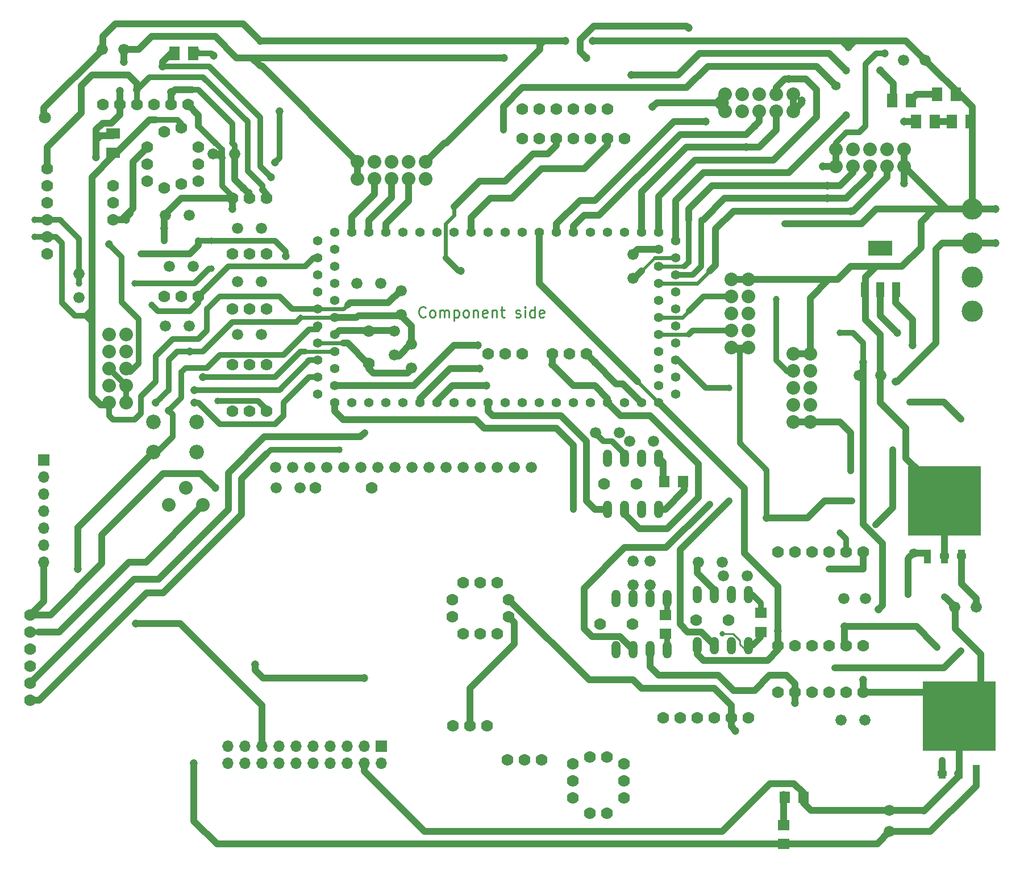
<source format=gbr>
G04 #@! TF.GenerationSoftware,KiCad,Pcbnew,(5.1.4)-1*
G04 #@! TF.CreationDate,2019-12-20T17:21:36+05:30*
G04 #@! TF.ProjectId,2014_board_SPI_Pullupattiny_4,32303134-5f62-46f6-9172-645f5350495f,rev?*
G04 #@! TF.SameCoordinates,Original*
G04 #@! TF.FileFunction,Copper,L1,Top*
G04 #@! TF.FilePolarity,Positive*
%FSLAX46Y46*%
G04 Gerber Fmt 4.6, Leading zero omitted, Abs format (unit mm)*
G04 Created by KiCad (PCBNEW (5.1.4)-1) date 2019-12-20 17:21:36*
%MOMM*%
%LPD*%
G04 APERTURE LIST*
G04 #@! TA.AperFunction,NonConductor*
%ADD10C,0.251460*%
G04 #@! TD*
G04 #@! TA.AperFunction,ComponentPad*
%ADD11O,1.700000X1.700000*%
G04 #@! TD*
G04 #@! TA.AperFunction,ComponentPad*
%ADD12R,1.700000X1.700000*%
G04 #@! TD*
G04 #@! TA.AperFunction,ComponentPad*
%ADD13C,1.676400*%
G04 #@! TD*
G04 #@! TA.AperFunction,ComponentPad*
%ADD14C,2.032000*%
G04 #@! TD*
G04 #@! TA.AperFunction,ComponentPad*
%ADD15C,1.408000*%
G04 #@! TD*
G04 #@! TA.AperFunction,ComponentPad*
%ADD16C,1.422400*%
G04 #@! TD*
G04 #@! TA.AperFunction,ComponentPad*
%ADD17C,1.778000*%
G04 #@! TD*
G04 #@! TA.AperFunction,ComponentPad*
%ADD18O,1.320800X2.641600*%
G04 #@! TD*
G04 #@! TA.AperFunction,ComponentPad*
%ADD19C,2.184400*%
G04 #@! TD*
G04 #@! TA.AperFunction,SMDPad,CuDef*
%ADD20R,1.066800X2.159000*%
G04 #@! TD*
G04 #@! TA.AperFunction,SMDPad,CuDef*
%ADD21R,10.800000X10.410000*%
G04 #@! TD*
G04 #@! TA.AperFunction,ComponentPad*
%ADD22C,3.175000*%
G04 #@! TD*
G04 #@! TA.AperFunction,SMDPad,CuDef*
%ADD23R,3.600000X2.200000*%
G04 #@! TD*
G04 #@! TA.AperFunction,SMDPad,CuDef*
%ADD24R,1.219200X2.235200*%
G04 #@! TD*
G04 #@! TA.AperFunction,SMDPad,CuDef*
%ADD25R,1.600000X2.000000*%
G04 #@! TD*
G04 #@! TA.AperFunction,SMDPad,CuDef*
%ADD26R,2.000000X1.600000*%
G04 #@! TD*
G04 #@! TA.AperFunction,SMDPad,CuDef*
%ADD27R,1.803000X1.600000*%
G04 #@! TD*
G04 #@! TA.AperFunction,SMDPad,CuDef*
%ADD28R,1.600000X1.803000*%
G04 #@! TD*
G04 #@! TA.AperFunction,SMDPad,CuDef*
%ADD29R,1.600000X1.800000*%
G04 #@! TD*
G04 #@! TA.AperFunction,SMDPad,CuDef*
%ADD30R,1.800000X1.600000*%
G04 #@! TD*
G04 #@! TA.AperFunction,ViaPad*
%ADD31C,1.206400*%
G04 #@! TD*
G04 #@! TA.AperFunction,ViaPad*
%ADD32C,1.016000*%
G04 #@! TD*
G04 #@! TA.AperFunction,ViaPad*
%ADD33C,1.006400*%
G04 #@! TD*
G04 #@! TA.AperFunction,ViaPad*
%ADD34C,1.422400*%
G04 #@! TD*
G04 #@! TA.AperFunction,ViaPad*
%ADD35C,0.800000*%
G04 #@! TD*
G04 #@! TA.AperFunction,ViaPad*
%ADD36C,1.406400*%
G04 #@! TD*
G04 #@! TA.AperFunction,ViaPad*
%ADD37C,1.806400*%
G04 #@! TD*
G04 #@! TA.AperFunction,Conductor*
%ADD38C,1.016000*%
G04 #@! TD*
G04 #@! TA.AperFunction,Conductor*
%ADD39C,0.812800*%
G04 #@! TD*
G04 #@! TA.AperFunction,Conductor*
%ADD40C,0.609600*%
G04 #@! TD*
G04 #@! TA.AperFunction,Conductor*
%ADD41C,0.406400*%
G04 #@! TD*
G04 #@! TA.AperFunction,Conductor*
%ADD42C,0.250000*%
G04 #@! TD*
G04 APERTURE END LIST*
D10*
X136618780Y-84773588D02*
X136542943Y-84849425D01*
X136315431Y-84925262D01*
X136163757Y-84925262D01*
X135936246Y-84849425D01*
X135784571Y-84697751D01*
X135708734Y-84546077D01*
X135632897Y-84242728D01*
X135632897Y-84015217D01*
X135708734Y-83711868D01*
X135784571Y-83560194D01*
X135936246Y-83408520D01*
X136163757Y-83332682D01*
X136315431Y-83332682D01*
X136542943Y-83408520D01*
X136618780Y-83484357D01*
X137528826Y-84925262D02*
X137377151Y-84849425D01*
X137301314Y-84773588D01*
X137225477Y-84621914D01*
X137225477Y-84166891D01*
X137301314Y-84015217D01*
X137377151Y-83939380D01*
X137528826Y-83863542D01*
X137756337Y-83863542D01*
X137908011Y-83939380D01*
X137983849Y-84015217D01*
X138059686Y-84166891D01*
X138059686Y-84621914D01*
X137983849Y-84773588D01*
X137908011Y-84849425D01*
X137756337Y-84925262D01*
X137528826Y-84925262D01*
X138742220Y-84925262D02*
X138742220Y-83863542D01*
X138742220Y-84015217D02*
X138818057Y-83939380D01*
X138969731Y-83863542D01*
X139197243Y-83863542D01*
X139348917Y-83939380D01*
X139424754Y-84091054D01*
X139424754Y-84925262D01*
X139424754Y-84091054D02*
X139500591Y-83939380D01*
X139652266Y-83863542D01*
X139879777Y-83863542D01*
X140031451Y-83939380D01*
X140107289Y-84091054D01*
X140107289Y-84925262D01*
X140865660Y-83863542D02*
X140865660Y-85456122D01*
X140865660Y-83939380D02*
X141017334Y-83863542D01*
X141320683Y-83863542D01*
X141472357Y-83939380D01*
X141548194Y-84015217D01*
X141624031Y-84166891D01*
X141624031Y-84621914D01*
X141548194Y-84773588D01*
X141472357Y-84849425D01*
X141320683Y-84925262D01*
X141017334Y-84925262D01*
X140865660Y-84849425D01*
X142534077Y-84925262D02*
X142382403Y-84849425D01*
X142306566Y-84773588D01*
X142230729Y-84621914D01*
X142230729Y-84166891D01*
X142306566Y-84015217D01*
X142382403Y-83939380D01*
X142534077Y-83863542D01*
X142761589Y-83863542D01*
X142913263Y-83939380D01*
X142989100Y-84015217D01*
X143064937Y-84166891D01*
X143064937Y-84621914D01*
X142989100Y-84773588D01*
X142913263Y-84849425D01*
X142761589Y-84925262D01*
X142534077Y-84925262D01*
X143747471Y-83863542D02*
X143747471Y-84925262D01*
X143747471Y-84015217D02*
X143823309Y-83939380D01*
X143974983Y-83863542D01*
X144202494Y-83863542D01*
X144354169Y-83939380D01*
X144430006Y-84091054D01*
X144430006Y-84925262D01*
X145795074Y-84849425D02*
X145643400Y-84925262D01*
X145340051Y-84925262D01*
X145188377Y-84849425D01*
X145112540Y-84697751D01*
X145112540Y-84091054D01*
X145188377Y-83939380D01*
X145340051Y-83863542D01*
X145643400Y-83863542D01*
X145795074Y-83939380D01*
X145870911Y-84091054D01*
X145870911Y-84242728D01*
X145112540Y-84394402D01*
X146553446Y-83863542D02*
X146553446Y-84925262D01*
X146553446Y-84015217D02*
X146629283Y-83939380D01*
X146780957Y-83863542D01*
X147008469Y-83863542D01*
X147160143Y-83939380D01*
X147235980Y-84091054D01*
X147235980Y-84925262D01*
X147766840Y-83863542D02*
X148373537Y-83863542D01*
X147994351Y-83332682D02*
X147994351Y-84697751D01*
X148070189Y-84849425D01*
X148221863Y-84925262D01*
X148373537Y-84925262D01*
X150041954Y-84849425D02*
X150193629Y-84925262D01*
X150496977Y-84925262D01*
X150648651Y-84849425D01*
X150724489Y-84697751D01*
X150724489Y-84621914D01*
X150648651Y-84470240D01*
X150496977Y-84394402D01*
X150269466Y-84394402D01*
X150117791Y-84318565D01*
X150041954Y-84166891D01*
X150041954Y-84091054D01*
X150117791Y-83939380D01*
X150269466Y-83863542D01*
X150496977Y-83863542D01*
X150648651Y-83939380D01*
X151407023Y-84925262D02*
X151407023Y-83863542D01*
X151407023Y-83332682D02*
X151331186Y-83408520D01*
X151407023Y-83484357D01*
X151482860Y-83408520D01*
X151407023Y-83332682D01*
X151407023Y-83484357D01*
X152847929Y-84925262D02*
X152847929Y-83332682D01*
X152847929Y-84849425D02*
X152696254Y-84925262D01*
X152392906Y-84925262D01*
X152241231Y-84849425D01*
X152165394Y-84773588D01*
X152089557Y-84621914D01*
X152089557Y-84166891D01*
X152165394Y-84015217D01*
X152241231Y-83939380D01*
X152392906Y-83863542D01*
X152696254Y-83863542D01*
X152847929Y-83939380D01*
X154212997Y-84849425D02*
X154061323Y-84925262D01*
X153757974Y-84925262D01*
X153606300Y-84849425D01*
X153530463Y-84697751D01*
X153530463Y-84091054D01*
X153606300Y-83939380D01*
X153757974Y-83863542D01*
X154061323Y-83863542D01*
X154212997Y-83939380D01*
X154288834Y-84091054D01*
X154288834Y-84242728D01*
X153530463Y-84394402D01*
D11*
G04 #@! TO.P,jtag,20*
G04 #@! TO.N,GND*
X107188000Y-151384000D03*
G04 #@! TO.P,jtag,19*
G04 #@! TO.N,N/C*
X107188000Y-148844000D03*
G04 #@! TO.P,jtag,18*
G04 #@! TO.N,GND*
X109728000Y-151384000D03*
G04 #@! TO.P,jtag,17*
G04 #@! TO.N,N/C*
X109728000Y-148844000D03*
G04 #@! TO.P,jtag,16*
G04 #@! TO.N,GND*
X112268000Y-151384000D03*
G04 #@! TO.P,jtag,15*
G04 #@! TO.N,S$140*
X112268000Y-148844000D03*
G04 #@! TO.P,jtag,14*
G04 #@! TO.N,GND*
X114808000Y-151384000D03*
G04 #@! TO.P,jtag,13*
G04 #@! TO.N,N/C*
X114808000Y-148844000D03*
G04 #@! TO.P,jtag,12*
G04 #@! TO.N,GND*
X117348000Y-151384000D03*
G04 #@! TO.P,jtag,11*
G04 #@! TO.N,N/C*
X117348000Y-148844000D03*
G04 #@! TO.P,jtag,10*
G04 #@! TO.N,GND*
X119888000Y-151384000D03*
G04 #@! TO.P,jtag,9*
G04 #@! TO.N,N/C*
X119888000Y-148844000D03*
G04 #@! TO.P,jtag,8*
G04 #@! TO.N,GND*
X122428000Y-151384000D03*
G04 #@! TO.P,jtag,7*
G04 #@! TO.N,N/C*
X122428000Y-148844000D03*
G04 #@! TO.P,jtag,6*
G04 #@! TO.N,GND*
X124968000Y-151384000D03*
G04 #@! TO.P,jtag,5*
G04 #@! TO.N,N/C*
X124968000Y-148844000D03*
G04 #@! TO.P,jtag,4*
G04 #@! TO.N,GND*
X127508000Y-151384000D03*
G04 #@! TO.P,jtag,3*
G04 #@! TO.N,N/C*
X127508000Y-148844000D03*
G04 #@! TO.P,jtag,2*
X130048000Y-151384000D03*
D12*
G04 #@! TO.P,jtag,1*
X130048000Y-148844000D03*
G04 #@! TD*
D11*
G04 #@! TO.P,REF\002A\002A,7*
G04 #@! TO.N,GND*
X79756000Y-121412000D03*
G04 #@! TO.P,REF\002A\002A,6*
G04 #@! TO.N,N/C*
X79756000Y-118872000D03*
G04 #@! TO.P,REF\002A\002A,5*
X79756000Y-116332000D03*
G04 #@! TO.P,REF\002A\002A,4*
X79756000Y-113792000D03*
G04 #@! TO.P,REF\002A\002A,3*
X79756000Y-111252000D03*
G04 #@! TO.P,REF\002A\002A,2*
X79756000Y-108712000D03*
D12*
G04 #@! TO.P,REF\002A\002A,1*
X79756000Y-106172000D03*
G04 #@! TD*
D13*
G04 #@! TO.P,LCD,16*
G04 #@! TO.N,N/C*
X152378600Y-107283600D03*
G04 #@! TO.P,LCD,15*
X149838600Y-107283600D03*
G04 #@! TO.P,LCD,14*
X147298600Y-107283600D03*
G04 #@! TO.P,LCD,13*
X144758600Y-107283600D03*
G04 #@! TO.P,LCD,12*
X142218600Y-107283600D03*
G04 #@! TO.P,LCD,11*
X139678600Y-107283600D03*
G04 #@! TO.P,LCD,10*
X137138600Y-107283600D03*
G04 #@! TO.P,LCD,9*
X134598600Y-107283600D03*
G04 #@! TO.P,LCD,8*
X132058600Y-107283600D03*
G04 #@! TO.P,LCD,7*
X129518600Y-107283600D03*
G04 #@! TO.P,LCD,6*
G04 #@! TO.N,S$156*
X126978600Y-107283600D03*
G04 #@! TO.P,LCD,5*
G04 #@! TO.N,N/C*
X124438600Y-107283600D03*
G04 #@! TO.P,LCD,4*
X121898600Y-107283600D03*
G04 #@! TO.P,LCD,3*
X119358600Y-107283600D03*
G04 #@! TO.P,LCD,2*
G04 #@! TO.N,5V_PERIPHERALS*
X116818600Y-107283600D03*
G04 #@! TO.P,LCD,1*
G04 #@! TO.N,N/C*
X114278600Y-107283600D03*
G04 #@! TD*
D14*
G04 #@! TO.P,E$8,P$21*
G04 #@! TO.N,S$112*
X129032000Y-64262000D03*
G04 #@! TO.P,E$8,P$22*
G04 #@! TO.N,S$129*
X131572000Y-64262000D03*
G04 #@! TO.P,E$8,P$23*
G04 #@! TO.N,S$128*
X134112000Y-64262000D03*
G04 #@! TO.P,E$8,5*
G04 #@! TO.N,GND*
X136652000Y-64262000D03*
G04 #@! TO.P,E$8,6*
X136652000Y-61722000D03*
G04 #@! TO.P,E$8,P$24*
G04 #@! TO.N,S$142*
X134112000Y-61722000D03*
G04 #@! TO.P,E$8,P$25*
G04 #@! TO.N,S$143*
X131572000Y-61722000D03*
G04 #@! TO.P,E$8,P$20*
G04 #@! TO.N,S$60*
X129032000Y-61722000D03*
G04 #@! TO.P,E$8,10*
G04 #@! TO.N,12V*
X126492000Y-61722000D03*
G04 #@! TO.P,E$8,1*
X126492000Y-64262000D03*
G04 #@! TD*
D15*
G04 #@! TO.P,E$1,P$19*
G04 #@! TO.N,S$130*
X120561100Y-73571100D03*
D16*
G04 #@! TO.P,E$1,P$78*
G04 #@! TO.N,S$170*
X173901100Y-73571100D03*
G04 #@! TO.P,E$1,P$77*
G04 #@! TO.N,3.3V*
X173901100Y-76111100D03*
G04 #@! TO.P,E$1,P$76*
G04 #@! TO.N,S$161*
X173901100Y-78651100D03*
G04 #@! TO.P,E$1,P$75*
G04 #@! TO.N,N/C*
X173901100Y-81191100D03*
G04 #@! TO.P,E$1,P$74*
G04 #@! TO.N,S$10*
X173901100Y-83731100D03*
G04 #@! TO.P,E$1,P$73*
G04 #@! TO.N,S$19*
X173901100Y-86271100D03*
G04 #@! TO.P,E$1,P$72*
G04 #@! TO.N,N/C*
X173901100Y-88811100D03*
G04 #@! TO.P,E$1,P$71*
G04 #@! TO.N,S$24*
X173901100Y-91351100D03*
G04 #@! TO.P,E$1,P$70*
G04 #@! TO.N,S$27*
X173901100Y-93891100D03*
G04 #@! TO.P,E$1,P$69*
G04 #@! TO.N,S$177*
X173901100Y-96431100D03*
G04 #@! TO.P,E$1,P$68*
G04 #@! TO.N,S$53*
X123101100Y-97701100D03*
G04 #@! TO.P,E$1,P$67*
G04 #@! TO.N,S$35*
X125641100Y-97701100D03*
G04 #@! TO.P,E$1,P$66*
G04 #@! TO.N,S$55*
X128181100Y-97701100D03*
G04 #@! TO.P,E$1,P$65*
G04 #@! TO.N,S$107*
X130721100Y-97701100D03*
G04 #@! TO.P,E$1,P$64*
G04 #@! TO.N,S$156*
X133261100Y-97701100D03*
G04 #@! TO.P,E$1,P$63*
G04 #@! TO.N,S$86*
X135801100Y-97701100D03*
G04 #@! TO.P,E$1,P$62*
G04 #@! TO.N,S$83*
X138341100Y-97701100D03*
G04 #@! TO.P,E$1,P$61*
G04 #@! TO.N,S$40*
X140881100Y-97701100D03*
G04 #@! TO.P,E$1,P$60*
G04 #@! TO.N,S$39*
X143421100Y-97701100D03*
G04 #@! TO.P,E$1,P$59*
G04 #@! TO.N,S$62*
X145961100Y-97701100D03*
G04 #@! TO.P,E$1,P$58*
G04 #@! TO.N,S$38*
X148501100Y-97701100D03*
G04 #@! TO.P,E$1,P$57*
G04 #@! TO.N,S$37*
X151041100Y-97701100D03*
G04 #@! TO.P,E$1,P$56*
G04 #@! TO.N,S$90*
X153581100Y-97701100D03*
G04 #@! TO.P,E$1,P$55*
G04 #@! TO.N,S$45*
X156121100Y-97701100D03*
G04 #@! TO.P,E$1,P$54*
G04 #@! TO.N,S$100*
X158661100Y-97701100D03*
G04 #@! TO.P,E$1,P$53*
G04 #@! TO.N,S$57*
X161201100Y-97701100D03*
G04 #@! TO.P,E$1,P$52*
G04 #@! TO.N,S$8*
X163741100Y-97701100D03*
G04 #@! TO.P,E$1,P$51*
G04 #@! TO.N,S$52*
X166281100Y-97701100D03*
G04 #@! TO.P,E$1,P$50*
G04 #@! TO.N,S$54*
X168821100Y-97701100D03*
G04 #@! TO.P,E$1,P$49*
G04 #@! TO.N,S$34*
X171361100Y-97701100D03*
G04 #@! TO.P,E$1,P$48*
G04 #@! TO.N,S$13*
X171361100Y-95161100D03*
G04 #@! TO.P,E$1,P$47*
G04 #@! TO.N,S$17*
X171361100Y-92621100D03*
G04 #@! TO.P,E$1,P$46*
G04 #@! TO.N,N/C*
X171361100Y-90081100D03*
G04 #@! TO.P,E$1,P$45*
G04 #@! TO.N,S$22*
X171361100Y-87541100D03*
G04 #@! TO.P,E$1,P$44*
G04 #@! TO.N,S$6*
X171361100Y-85001100D03*
G04 #@! TO.P,E$1,P$43*
G04 #@! TO.N,S$11*
X171361100Y-82461100D03*
G04 #@! TO.P,E$1,P$42*
G04 #@! TO.N,S$21*
X171361100Y-79921100D03*
G04 #@! TO.P,E$1,P$41*
G04 #@! TO.N,S$25*
X171361100Y-77381100D03*
G04 #@! TO.P,E$1,P$40*
G04 #@! TO.N,GND*
X171361100Y-74841100D03*
G04 #@! TO.P,E$1,P$39*
G04 #@! TO.N,S$163*
X171361100Y-72301100D03*
G04 #@! TO.P,E$1,P$38*
G04 #@! TO.N,S$164*
X168821100Y-72301100D03*
G04 #@! TO.P,E$1,P$37*
G04 #@! TO.N,S$135*
X166281100Y-72301100D03*
G04 #@! TO.P,E$1,P$36*
G04 #@! TO.N,S$9*
X163741100Y-72301100D03*
G04 #@! TO.P,E$1,P$35*
G04 #@! TO.N,S$166*
X161201100Y-72301100D03*
G04 #@! TO.P,E$1,P$34*
G04 #@! TO.N,S$91*
X158661100Y-72301100D03*
G04 #@! TO.P,E$1,P$33*
G04 #@! TO.N,S$165*
X156121100Y-72301100D03*
G04 #@! TO.P,E$1,P$32*
G04 #@! TO.N,S$34*
X153581100Y-72301100D03*
G04 #@! TO.P,E$1,P$31*
G04 #@! TO.N,S$168*
X151041100Y-72301100D03*
G04 #@! TO.P,E$1,P$30*
G04 #@! TO.N,S$169*
X148501100Y-72301100D03*
G04 #@! TO.P,E$1,P$29*
G04 #@! TO.N,S$76*
X145961100Y-72301100D03*
G04 #@! TO.P,E$1,P$28*
G04 #@! TO.N,S$181*
X143421100Y-72301100D03*
G04 #@! TO.P,E$1,P$27*
G04 #@! TO.N,S$68*
X140881100Y-72301100D03*
G04 #@! TO.P,E$1,P$26*
G04 #@! TO.N,S$179*
X138341100Y-72301100D03*
G04 #@! TO.P,E$1,P$25*
G04 #@! TO.N,S$143*
X135801100Y-72301100D03*
G04 #@! TO.P,E$1,P$24*
G04 #@! TO.N,S$142*
X133261100Y-72301100D03*
G04 #@! TO.P,E$1,P$23*
G04 #@! TO.N,S$128*
X130721100Y-72301100D03*
G04 #@! TO.P,E$1,P$22*
G04 #@! TO.N,S$129*
X128181100Y-72301100D03*
G04 #@! TO.P,E$1,P$21*
G04 #@! TO.N,S$112*
X125641100Y-72301100D03*
G04 #@! TO.P,E$1,P$20*
G04 #@! TO.N,S$60*
X123101100Y-72301100D03*
G04 #@! TO.P,E$1,P$18*
G04 #@! TO.N,S$110*
X120561100Y-76111100D03*
G04 #@! TO.P,E$1,P$17*
G04 #@! TO.N,S$123*
X120561100Y-78651100D03*
G04 #@! TO.P,E$1,P$16*
G04 #@! TO.N,S$113*
X120561100Y-81191100D03*
G04 #@! TO.P,E$1,P$15*
G04 #@! TO.N,3.3V*
X120561100Y-83731100D03*
G04 #@! TO.P,E$1,P$14*
G04 #@! TO.N,S$140*
X120561100Y-86271100D03*
G04 #@! TO.P,E$1,P$13*
G04 #@! TO.N,S$4*
X120561100Y-88811100D03*
G04 #@! TO.P,E$1,P$12*
G04 #@! TO.N,S$121*
X120561100Y-91351100D03*
G04 #@! TO.P,E$1,P$11*
G04 #@! TO.N,S$75*
X120561100Y-96431100D03*
G04 #@! TO.P,E$1,P$10*
G04 #@! TO.N,S$122*
X120561100Y-93891100D03*
G04 #@! TO.P,E$1,P$9*
G04 #@! TO.N,S$65*
X123101100Y-95161100D03*
G04 #@! TO.P,E$1,P$8*
G04 #@! TO.N,S$171*
X123101100Y-92621100D03*
G04 #@! TO.P,E$1,P$7*
G04 #@! TO.N,S$118*
X123101100Y-90081100D03*
G04 #@! TO.P,E$1,P$6*
G04 #@! TO.N,S$5*
X123101100Y-87541100D03*
G04 #@! TO.P,E$1,P$5*
G04 #@! TO.N,S$44*
X123101100Y-74841100D03*
G04 #@! TO.P,E$1,P$4*
G04 #@! TO.N,S$88*
X123101100Y-77381100D03*
G04 #@! TO.P,E$1,P$3*
G04 #@! TO.N,S$124*
X123101100Y-79921100D03*
G04 #@! TO.P,E$1,P$2*
G04 #@! TO.N,S$105*
X123101100Y-82461100D03*
G04 #@! TO.P,E$1,P$1*
G04 #@! TO.N,GND*
X123101100Y-85001100D03*
G04 #@! TD*
D17*
G04 #@! TO.P,E$2,2*
G04 #@! TO.N,N/C*
X128181100Y-87033100D03*
G04 #@! TO.P,E$2,1*
X128181100Y-91859100D03*
G04 #@! TD*
D13*
G04 #@! TO.P,E$3,2*
G04 #@! TO.N,N/C*
X131991100Y-87033100D03*
G04 #@! TO.P,E$3,1*
X131991100Y-90589100D03*
G04 #@! TD*
G04 #@! TO.P,E$4,2*
G04 #@! TO.N,N/C*
X134531100Y-88938100D03*
G04 #@! TO.P,E$4,1*
X134531100Y-92494100D03*
G04 #@! TD*
G04 #@! TO.P,E$5,2*
G04 #@! TO.N,N/C*
X132943600Y-81000600D03*
G04 #@! TO.P,E$5,1*
X132943600Y-84556600D03*
G04 #@! TD*
G04 #@! TO.P,E$6,2*
G04 #@! TO.N,N/C*
X167551100Y-75603100D03*
G04 #@! TO.P,E$6,1*
X167551100Y-79159100D03*
G04 #@! TD*
D17*
G04 #@! TO.P,E$13,1*
G04 #@! TO.N,5V_PERIPHERALS*
X120211800Y-110401100D03*
G04 #@! TO.P,E$13,2*
G04 #@! TO.N,N/C*
X128593900Y-110401100D03*
G04 #@! TD*
D18*
G04 #@! TO.P,ATTINY85\002C,5*
G04 #@! TO.N,S$62*
X163741100Y-113576100D03*
G04 #@! TO.P,ATTINY85\002C,6*
G04 #@! TO.N,S$8*
X166281100Y-113576100D03*
G04 #@! TO.P,ATTINY85\002C,4*
G04 #@! TO.N,GND*
X163741100Y-105956100D03*
G04 #@! TO.P,ATTINY85\002C,3*
G04 #@! TO.N,S$46*
X166281100Y-105956100D03*
G04 #@! TO.P,ATTINY85\002C,8*
G04 #@! TO.N,5V_SHARP*
X171361100Y-113576100D03*
G04 #@! TO.P,ATTINY85\002C,7*
G04 #@! TO.N,S$51*
X168821100Y-113576100D03*
G04 #@! TO.P,ATTINY85\002C,2*
G04 #@! TO.N,S$58*
X168821100Y-105956100D03*
G04 #@! TO.P,ATTINY85\002C,1*
G04 #@! TO.N,S$89*
X171361100Y-105956100D03*
G04 #@! TD*
D13*
G04 #@! TO.P,E$15,2*
G04 #@! TO.N,5V_PERIPHERALS*
X117894100Y-110401100D03*
G04 #@! TO.P,E$15,1*
G04 #@! TO.N,N/C*
X114338100Y-110401100D03*
G04 #@! TD*
D18*
G04 #@! TO.P,ATTINY85,5*
G04 #@! TO.N,S$34*
X177076100Y-133896100D03*
G04 #@! TO.P,ATTINY85,6*
G04 #@! TO.N,S$54*
X179616100Y-133896100D03*
G04 #@! TO.P,ATTINY85,4*
G04 #@! TO.N,GND*
X177076100Y-126276100D03*
G04 #@! TO.P,ATTINY85,3*
G04 #@! TO.N,S$59*
X179616100Y-126276100D03*
G04 #@! TO.P,ATTINY85,8*
G04 #@! TO.N,5V_SHARP*
X184696100Y-133896100D03*
G04 #@! TO.P,ATTINY85,7*
G04 #@! TO.N,S$48*
X182156100Y-133896100D03*
G04 #@! TO.P,ATTINY85,2*
G04 #@! TO.N,S$50*
X182156100Y-126276100D03*
G04 #@! TO.P,ATTINY85,1*
G04 #@! TO.N,S$82*
X184696100Y-126276100D03*
G04 #@! TD*
G04 #@! TO.P,ATTINY85.,5*
G04 #@! TO.N,S$53*
X165011100Y-134531100D03*
G04 #@! TO.P,ATTINY85.,6*
G04 #@! TO.N,S$52*
X167551100Y-134531100D03*
G04 #@! TO.P,ATTINY85.,4*
G04 #@! TO.N,GND*
X165011100Y-126911100D03*
G04 #@! TO.P,ATTINY85.,3*
G04 #@! TO.N,S$66*
X167551100Y-126911100D03*
G04 #@! TO.P,ATTINY85.,8*
G04 #@! TO.N,5V_SHARP*
X172631100Y-134531100D03*
G04 #@! TO.P,ATTINY85.,7*
G04 #@! TO.N,S$2*
X170091100Y-134531100D03*
G04 #@! TO.P,ATTINY85.,2*
G04 #@! TO.N,S$102*
X170091100Y-126911100D03*
G04 #@! TO.P,ATTINY85.,1*
G04 #@! TO.N,S$63*
X172631100Y-126911100D03*
G04 #@! TD*
D17*
G04 #@! TO.P,E$18,2*
G04 #@! TO.N,N/C*
X163233100Y-109766100D03*
G04 #@! TO.P,E$18,1*
X168059100Y-109766100D03*
G04 #@! TD*
D13*
G04 #@! TO.P,E$19,2*
G04 #@! TO.N,N/C*
X170599100Y-103416100D03*
G04 #@! TO.P,E$19,1*
X167043100Y-103416100D03*
G04 #@! TD*
G04 #@! TO.P,E$20,2*
G04 #@! TO.N,N/C*
X165519100Y-102146100D03*
G04 #@! TO.P,E$20,1*
X161963100Y-102146100D03*
G04 #@! TD*
D17*
G04 #@! TO.P,E$21,18*
G04 #@! TO.N,N/C*
X189141100Y-119926100D03*
G04 #@! TO.P,E$21,17*
X191681100Y-119926100D03*
G04 #@! TO.P,E$21,16*
X194221100Y-119926100D03*
G04 #@! TO.P,E$21,15*
X194221100Y-119926100D03*
G04 #@! TO.P,E$21,14*
X196761100Y-119926100D03*
G04 #@! TO.P,E$21,13*
X199301100Y-119926100D03*
G04 #@! TO.P,E$21,12*
X189141100Y-119926100D03*
G04 #@! TO.P,E$21,11*
X191681100Y-119926100D03*
G04 #@! TO.P,E$21,10*
X194221100Y-119926100D03*
G04 #@! TO.P,E$21,9*
X196761100Y-119926100D03*
G04 #@! TO.P,E$21,8*
X199301100Y-119926100D03*
G04 #@! TO.P,E$21,7*
X199301100Y-119926100D03*
G04 #@! TO.P,E$21,3*
X196761100Y-119926100D03*
G04 #@! TO.P,E$21,2*
G04 #@! TO.N,5V_PERIPHERALS*
X199301100Y-119926100D03*
G04 #@! TO.P,E$21,1*
G04 #@! TO.N,GND*
X201841100Y-119926100D03*
G04 #@! TO.P,E$21,6*
G04 #@! TO.N,S$62*
X189141100Y-119926100D03*
G04 #@! TO.P,E$21,5*
G04 #@! TO.N,S$51*
X191681100Y-119926100D03*
G04 #@! TO.P,E$21,4*
G04 #@! TO.N,N/C*
X194221100Y-119926100D03*
G04 #@! TD*
G04 #@! TO.P,E$22,18*
G04 #@! TO.N,N/C*
X189141100Y-133896100D03*
G04 #@! TO.P,E$22,17*
G04 #@! TO.N,S$48*
X191681100Y-133896100D03*
G04 #@! TO.P,E$22,16*
G04 #@! TO.N,N/C*
X194221100Y-133896100D03*
G04 #@! TO.P,E$22,15*
X194221100Y-133896100D03*
G04 #@! TO.P,E$22,14*
X196761100Y-133896100D03*
G04 #@! TO.P,E$22,13*
X199301100Y-133896100D03*
G04 #@! TO.P,E$22,12*
X189141100Y-133896100D03*
G04 #@! TO.P,E$22,11*
G04 #@! TO.N,S$48*
X191681100Y-133896100D03*
G04 #@! TO.P,E$22,10*
G04 #@! TO.N,N/C*
X194221100Y-133896100D03*
G04 #@! TO.P,E$22,9*
X196761100Y-133896100D03*
G04 #@! TO.P,E$22,8*
X199301100Y-133896100D03*
G04 #@! TO.P,E$22,7*
X199301100Y-133896100D03*
G04 #@! TO.P,E$22,3*
X196761100Y-133896100D03*
G04 #@! TO.P,E$22,2*
G04 #@! TO.N,5V_PERIPHERALS*
X199301100Y-133896100D03*
G04 #@! TO.P,E$22,1*
G04 #@! TO.N,GND*
X201841100Y-133896100D03*
G04 #@! TO.P,E$22,6*
G04 #@! TO.N,S$34*
X189141100Y-133896100D03*
G04 #@! TO.P,E$22,5*
G04 #@! TO.N,S$48*
X191681100Y-133896100D03*
G04 #@! TO.P,E$22,4*
G04 #@! TO.N,N/C*
X194221100Y-133896100D03*
G04 #@! TD*
G04 #@! TO.P,E$23,18*
G04 #@! TO.N,N/C*
X189141100Y-140881100D03*
G04 #@! TO.P,E$23,17*
X191681100Y-140881100D03*
G04 #@! TO.P,E$23,16*
X194221100Y-140881100D03*
G04 #@! TO.P,E$23,15*
X194221100Y-140881100D03*
G04 #@! TO.P,E$23,14*
X196761100Y-140881100D03*
G04 #@! TO.P,E$23,13*
X199301100Y-140881100D03*
G04 #@! TO.P,E$23,12*
X189141100Y-140881100D03*
G04 #@! TO.P,E$23,11*
X191681100Y-140881100D03*
G04 #@! TO.P,E$23,10*
X194221100Y-140881100D03*
G04 #@! TO.P,E$23,9*
X196761100Y-140881100D03*
G04 #@! TO.P,E$23,8*
X199301100Y-140881100D03*
G04 #@! TO.P,E$23,7*
X199301100Y-140881100D03*
G04 #@! TO.P,E$23,3*
X196761100Y-140881100D03*
G04 #@! TO.P,E$23,2*
G04 #@! TO.N,5V_PERIPHERALS*
X199301100Y-140881100D03*
G04 #@! TO.P,E$23,1*
G04 #@! TO.N,GND*
X201841100Y-140881100D03*
G04 #@! TO.P,E$23,6*
G04 #@! TO.N,S$53*
X189141100Y-140881100D03*
G04 #@! TO.P,E$23,5*
G04 #@! TO.N,S$2*
X191681100Y-140881100D03*
G04 #@! TO.P,E$23,4*
G04 #@! TO.N,N/C*
X194221100Y-140881100D03*
G04 #@! TD*
D13*
G04 #@! TO.P,E$24,-*
G04 #@! TO.N,N/C*
X202171300Y-126911100D03*
G04 #@! TO.P,E$24,+*
X198970900Y-126911100D03*
G04 #@! TD*
G04 #@! TO.P,E$25,2*
G04 #@! TO.N,N/C*
X180848000Y-121412000D03*
G04 #@! TO.P,E$25,1*
X177292000Y-121412000D03*
G04 #@! TD*
G04 #@! TO.P,E$26,2*
G04 #@! TO.N,N/C*
X184569100Y-123444000D03*
G04 #@! TO.P,E$26,1*
X181013100Y-123444000D03*
G04 #@! TD*
D17*
G04 #@! TO.P,E$27,2*
G04 #@! TO.N,N/C*
X176885600Y-130086100D03*
G04 #@! TO.P,E$27,1*
X181711600Y-130086100D03*
G04 #@! TD*
D13*
G04 #@! TO.P,E$28,2*
G04 #@! TO.N,N/C*
X167551100Y-121323100D03*
G04 #@! TO.P,E$28,1*
X167551100Y-124879100D03*
G04 #@! TD*
G04 #@! TO.P,E$29,2*
G04 #@! TO.N,N/C*
X170091100Y-121323100D03*
G04 #@! TO.P,E$29,1*
X170091100Y-124879100D03*
G04 #@! TD*
D17*
G04 #@! TO.P,E$30,2*
G04 #@! TO.N,N/C*
X162598100Y-130721100D03*
G04 #@! TO.P,E$30,1*
X167424100Y-130721100D03*
G04 #@! TD*
D13*
G04 #@! TO.P,E$31,2*
G04 #@! TO.N,N/C*
X198475600Y-145008600D03*
G04 #@! TO.P,E$31,1*
G04 #@! TO.N,GND*
X202031600Y-145008600D03*
G04 #@! TD*
D17*
G04 #@! TO.P,E$32,18*
G04 #@! TO.N,N/C*
X171996100Y-144691100D03*
G04 #@! TO.P,E$32,17*
X174536100Y-144691100D03*
G04 #@! TO.P,E$32,16*
X177076100Y-144691100D03*
G04 #@! TO.P,E$32,15*
X177076100Y-144691100D03*
G04 #@! TO.P,E$32,14*
X179616100Y-144691100D03*
G04 #@! TO.P,E$32,13*
X182156100Y-144691100D03*
G04 #@! TO.P,E$32,12*
X171996100Y-144691100D03*
G04 #@! TO.P,E$32,11*
X174536100Y-144691100D03*
G04 #@! TO.P,E$32,10*
X177076100Y-144691100D03*
G04 #@! TO.P,E$32,9*
X179616100Y-144691100D03*
G04 #@! TO.P,E$32,8*
X182156100Y-144691100D03*
G04 #@! TO.P,E$32,7*
X182156100Y-144691100D03*
G04 #@! TO.P,E$32,3*
X179616100Y-144691100D03*
G04 #@! TO.P,E$32,2*
G04 #@! TO.N,3.3V*
X182156100Y-144691100D03*
G04 #@! TO.P,E$32,1*
G04 #@! TO.N,GND*
X184696100Y-144691100D03*
G04 #@! TO.P,E$32,6*
G04 #@! TO.N,S$100*
X171996100Y-144691100D03*
G04 #@! TO.P,E$32,5*
G04 #@! TO.N,S$57*
X174536100Y-144691100D03*
G04 #@! TO.P,E$32,4*
G04 #@! TO.N,N/C*
X177076100Y-144691100D03*
G04 #@! TD*
G04 #@! TO.P,MCT2E.,P$6*
G04 #@! TO.N,N/C*
X142240000Y-124460000D03*
G04 #@! TO.P,MCT2E.,P$5*
G04 #@! TO.N,S$100*
X144780000Y-124460000D03*
G04 #@! TO.P,MCT2E.,P$4*
G04 #@! TO.N,S$61*
X147320000Y-124460000D03*
G04 #@! TO.P,MCT2E.,P$3*
G04 #@! TO.N,S$71*
X142240000Y-132080000D03*
G04 #@! TO.P,MCT2E.,P$2*
G04 #@! TO.N,S$74*
X144780000Y-132080000D03*
G04 #@! TO.P,MCT2E.,P$1*
G04 #@! TO.N,N/C*
X147320000Y-132080000D03*
G04 #@! TD*
G04 #@! TO.P,E$34,1*
G04 #@! TO.N,S$61*
X140620700Y-127000000D03*
G04 #@! TO.P,E$34,2*
G04 #@! TO.N,3.3V*
X149002800Y-127000000D03*
G04 #@! TD*
G04 #@! TO.P,E$35,3*
G04 #@! TO.N,S$74*
X145796000Y-145796000D03*
G04 #@! TO.P,E$35,2*
G04 #@! TO.N,S$36*
X143256000Y-145796000D03*
G04 #@! TO.P,E$35,1*
G04 #@! TO.N,S$71*
X140716000Y-145796000D03*
G04 #@! TD*
G04 #@! TO.P,E$36,1*
G04 #@! TO.N,S$74*
X140620700Y-129540000D03*
G04 #@! TO.P,E$36,2*
G04 #@! TO.N,S$36*
X149002800Y-129540000D03*
G04 #@! TD*
D14*
G04 #@! TO.P,E$38,2*
G04 #@! TO.N,N/C*
X100876100Y-110381100D03*
G04 #@! TO.P,E$38,3*
G04 #@! TO.N,5V_PERIPHERALS*
X103426100Y-112941100D03*
G04 #@! TO.P,E$38,1*
G04 #@! TO.N,N/C*
X98326100Y-112941100D03*
G04 #@! TD*
D17*
G04 #@! TO.P,E$37,18*
G04 #@! TO.N,S$55*
X77724000Y-141986000D03*
G04 #@! TO.P,E$37,17*
G04 #@! TO.N,S$107*
X77724000Y-139446000D03*
G04 #@! TO.P,E$37,16*
G04 #@! TO.N,N/C*
X77724000Y-136906000D03*
G04 #@! TO.P,E$37,15*
X77724000Y-136906000D03*
G04 #@! TO.P,E$37,14*
X77724000Y-134366000D03*
G04 #@! TO.P,E$37,13*
G04 #@! TO.N,5V_PERIPHERALS*
X77724000Y-131826000D03*
G04 #@! TO.P,E$37,12*
G04 #@! TO.N,S$55*
X77724000Y-141986000D03*
G04 #@! TO.P,E$37,11*
G04 #@! TO.N,S$107*
X77724000Y-139446000D03*
G04 #@! TO.P,E$37,10*
G04 #@! TO.N,N/C*
X77724000Y-136906000D03*
G04 #@! TO.P,E$37,9*
X77724000Y-134366000D03*
G04 #@! TO.P,E$37,8*
G04 #@! TO.N,5V_PERIPHERALS*
X77724000Y-131826000D03*
G04 #@! TO.P,E$37,7*
X77724000Y-131826000D03*
G04 #@! TO.P,E$37,3*
G04 #@! TO.N,N/C*
X77724000Y-134366000D03*
G04 #@! TO.P,E$37,2*
G04 #@! TO.N,5V_PERIPHERALS*
X77724000Y-131826000D03*
G04 #@! TO.P,E$37,1*
G04 #@! TO.N,GND*
X77724000Y-129286000D03*
G04 #@! TO.P,E$37,6*
G04 #@! TO.N,S$55*
X77724000Y-141986000D03*
G04 #@! TO.P,E$37,5*
G04 #@! TO.N,S$107*
X77724000Y-139446000D03*
G04 #@! TO.P,E$37,4*
G04 #@! TO.N,N/C*
X77724000Y-136906000D03*
G04 #@! TD*
G04 #@! TO.P,E$50,3*
G04 #@! TO.N,S$105*
X112941100Y-98971100D03*
G04 #@! TO.P,E$50,2*
G04 #@! TO.N,5V_SHARP*
X110401100Y-98971100D03*
G04 #@! TO.P,E$50,1*
G04 #@! TO.N,GND*
X107861100Y-98971100D03*
G04 #@! TD*
G04 #@! TO.P,E$52,3*
G04 #@! TO.N,S$113*
X112941100Y-91986100D03*
G04 #@! TO.P,E$52,2*
G04 #@! TO.N,5V_SHARP*
X110401100Y-91986100D03*
G04 #@! TO.P,E$52,1*
G04 #@! TO.N,GND*
X107861100Y-91986100D03*
G04 #@! TD*
G04 #@! TO.P,E$53,3*
G04 #@! TO.N,S$124*
X112941100Y-83731100D03*
G04 #@! TO.P,E$53,2*
G04 #@! TO.N,5V_SHARP*
X110401100Y-83731100D03*
G04 #@! TO.P,E$53,1*
G04 #@! TO.N,GND*
X107861100Y-83731100D03*
G04 #@! TD*
G04 #@! TO.P,E$54,3*
G04 #@! TO.N,S$123*
X112941100Y-75476100D03*
G04 #@! TO.P,E$54,2*
G04 #@! TO.N,5V_SHARP*
X110401100Y-75476100D03*
G04 #@! TO.P,E$54,1*
G04 #@! TO.N,GND*
X107861100Y-75476100D03*
G04 #@! TD*
G04 #@! TO.P,E$55,3*
G04 #@! TO.N,S$44*
X112941100Y-67221100D03*
G04 #@! TO.P,E$55,2*
G04 #@! TO.N,5V_SHARP*
X110401100Y-67221100D03*
G04 #@! TO.P,E$55,1*
G04 #@! TO.N,GND*
X107861100Y-67221100D03*
G04 #@! TD*
D14*
G04 #@! TO.P,E$56,2*
G04 #@! TO.N,S$75*
X89446100Y-90081100D03*
G04 #@! TO.P,E$56,3*
G04 #@! TO.N,GND*
X89446100Y-92621100D03*
G04 #@! TO.P,E$56,4*
G04 #@! TO.N,N/C*
X89446100Y-95161100D03*
G04 #@! TO.P,E$56,5*
G04 #@! TO.N,3.3V*
X89446100Y-97701100D03*
G04 #@! TO.P,E$56,6*
G04 #@! TO.N,GND*
X91986100Y-97701100D03*
G04 #@! TO.P,E$56,7*
X91986100Y-95161100D03*
G04 #@! TO.P,E$56,8*
G04 #@! TO.N,S$140*
X91986100Y-92621100D03*
G04 #@! TO.P,E$56,9*
G04 #@! TO.N,S$122*
X91986100Y-90081100D03*
G04 #@! TO.P,E$56,10*
G04 #@! TO.N,S$121*
X91986100Y-87541100D03*
G04 #@! TO.P,E$56,1*
G04 #@! TO.N,S$118*
X89446100Y-87541100D03*
G04 #@! TD*
G04 #@! TO.P,E$64,2*
G04 #@! TO.N,S$25*
X200253600Y-62458600D03*
G04 #@! TO.P,E$64,3*
G04 #@! TO.N,S$161*
X202793600Y-62458600D03*
G04 #@! TO.P,E$64,4*
G04 #@! TO.N,S$21*
X205333600Y-62458600D03*
G04 #@! TO.P,E$64,5*
G04 #@! TO.N,GND*
X207873600Y-62458600D03*
G04 #@! TO.P,E$64,6*
X207873600Y-59918600D03*
G04 #@! TO.P,E$64,7*
G04 #@! TO.N,S$166*
X205333600Y-59918600D03*
G04 #@! TO.P,E$64,8*
G04 #@! TO.N,S$170*
X202793600Y-59918600D03*
G04 #@! TO.P,E$64,9*
G04 #@! TO.N,S$9*
X200253600Y-59918600D03*
G04 #@! TO.P,E$64,10*
G04 #@! TO.N,12V*
X197713600Y-59918600D03*
G04 #@! TO.P,E$64,1*
X197713600Y-62458600D03*
G04 #@! TD*
G04 #@! TO.P,E$65,2*
G04 #@! TO.N,S$165*
X183743600Y-54203600D03*
G04 #@! TO.P,E$65,3*
G04 #@! TO.N,S$91*
X186283600Y-54203600D03*
G04 #@! TO.P,E$65,4*
G04 #@! TO.N,S$164*
X188823600Y-54203600D03*
G04 #@! TO.P,E$65,5*
G04 #@! TO.N,GND*
X191363600Y-54203600D03*
G04 #@! TO.P,E$65,6*
X191363600Y-51663600D03*
G04 #@! TO.P,E$65,7*
G04 #@! TO.N,S$163*
X188823600Y-51663600D03*
G04 #@! TO.P,E$65,8*
G04 #@! TO.N,S$169*
X186283600Y-51663600D03*
G04 #@! TO.P,E$65,9*
G04 #@! TO.N,S$168*
X183743600Y-51663600D03*
G04 #@! TO.P,E$65,10*
G04 #@! TO.N,12V*
X181203600Y-51663600D03*
G04 #@! TO.P,E$65,1*
X181203600Y-54203600D03*
G04 #@! TD*
D17*
G04 #@! TO.P,E$59,3*
G04 #@! TO.N,S$110*
X102781100Y-81826100D03*
G04 #@! TO.P,E$59,2*
G04 #@! TO.N,5V_SHARP*
X100241100Y-81826100D03*
G04 #@! TO.P,E$59,1*
G04 #@! TO.N,GND*
X97701100Y-81826100D03*
G04 #@! TD*
G04 #@! TO.P,E$60,3*
G04 #@! TO.N,S$126*
X90081100Y-65316100D03*
G04 #@! TO.P,E$60,2*
G04 #@! TO.N,S$120*
X90081100Y-67856100D03*
G04 #@! TO.P,E$60,1*
G04 #@! TO.N,S$116*
X90081100Y-70396100D03*
G04 #@! TD*
D13*
G04 #@! TO.P,E$51,2*
G04 #@! TO.N,N/C*
X112179100Y-71666100D03*
G04 #@! TO.P,E$51,1*
X108623100Y-71666100D03*
G04 #@! TD*
G04 #@! TO.P,E$61,2*
G04 #@! TO.N,N/C*
X112179100Y-79603600D03*
G04 #@! TO.P,E$61,1*
X108623100Y-79603600D03*
G04 #@! TD*
G04 #@! TO.P,E$62,2*
G04 #@! TO.N,N/C*
X112179100Y-87541100D03*
G04 #@! TO.P,E$62,1*
X108623100Y-87541100D03*
G04 #@! TD*
G04 #@! TO.P,E$57,2*
G04 #@! TO.N,N/C*
X101384100Y-69761100D03*
G04 #@! TO.P,E$57,1*
X97828100Y-69761100D03*
G04 #@! TD*
G04 #@! TO.P,E$66,2*
G04 #@! TO.N,N/C*
X102019100Y-77381100D03*
G04 #@! TO.P,E$66,1*
X98463100Y-77381100D03*
G04 #@! TD*
G04 #@! TO.P,E$67,2*
G04 #@! TO.N,N/C*
X101384100Y-86271100D03*
G04 #@! TO.P,E$67,1*
X97828100Y-86271100D03*
G04 #@! TD*
D19*
G04 #@! TO.P,E$63,SW2_*
G04 #@! TO.N,N/C*
X102527100Y-100526800D03*
G04 #@! TO.P,E$63,SW1_*
X96050100Y-100526800D03*
G04 #@! TO.P,E$63,SW2*
X102527100Y-105035400D03*
G04 #@! TO.P,E$63,SW1*
G04 #@! TO.N,S$140*
X96050100Y-105035400D03*
G04 #@! TD*
D17*
G04 #@! TO.P,MCT2E,P$6*
G04 #@! TO.N,N/C*
X102781100Y-59601100D03*
G04 #@! TO.P,MCT2E,P$5*
G04 #@! TO.N,S$130*
X102781100Y-62141100D03*
G04 #@! TO.P,MCT2E,P$4*
G04 #@! TO.N,S$127*
X102781100Y-64681100D03*
G04 #@! TO.P,MCT2E,P$3*
G04 #@! TO.N,S$116*
X95161100Y-59601100D03*
G04 #@! TO.P,MCT2E,P$2*
G04 #@! TO.N,S$126*
X95161100Y-62141100D03*
G04 #@! TO.P,MCT2E,P$1*
G04 #@! TO.N,N/C*
X95161100Y-64681100D03*
G04 #@! TD*
G04 #@! TO.P,E$69,1*
G04 #@! TO.N,N/C*
X97701100Y-65665400D03*
G04 #@! TO.P,E$69,2*
X97701100Y-57283300D03*
G04 #@! TD*
G04 #@! TO.P,E$70,1*
G04 #@! TO.N,N/C*
X100241100Y-65030400D03*
G04 #@! TO.P,E$70,2*
X100241100Y-56648300D03*
G04 #@! TD*
D20*
G04 #@! TO.P,780-05,3*
G04 #@! TO.N,N/C*
X216446100Y-120637300D03*
G04 #@! TO.P,780-05,1*
G04 #@! TO.N,12V*
X211366100Y-120637300D03*
G04 #@! TO.P,780-05,2*
G04 #@! TO.N,N/C*
X213906100Y-120637300D03*
D21*
G04 #@! TO.P,780-05,TAB*
X213906100Y-112306100D03*
G04 #@! TD*
D17*
G04 #@! TO.P,MCT2E\002C,P$6*
G04 #@! TO.N,N/C*
X166154100Y-151549100D03*
G04 #@! TO.P,MCT2E\002C,P$5*
G04 #@! TO.N,S$135*
X166154100Y-154089100D03*
G04 #@! TO.P,MCT2E\002C,P$4*
G04 #@! TO.N,S$3*
X166154100Y-156629100D03*
G04 #@! TO.P,MCT2E\002C,P$3*
G04 #@! TO.N,S$134*
X158534100Y-151549100D03*
G04 #@! TO.P,MCT2E\002C,P$2*
G04 #@! TO.N,S$41*
X158534100Y-154089100D03*
G04 #@! TO.P,MCT2E\002C,P$1*
G04 #@! TO.N,N/C*
X158534100Y-156629100D03*
G04 #@! TD*
G04 #@! TO.P,E$74,1*
G04 #@! TO.N,N/C*
X163614100Y-158883400D03*
G04 #@! TO.P,E$74,2*
G04 #@! TO.N,3.3V*
X163614100Y-150501300D03*
G04 #@! TD*
G04 #@! TO.P,E$75,1*
G04 #@! TO.N,S$137*
X161074100Y-158883400D03*
G04 #@! TO.P,E$75,2*
G04 #@! TO.N,N/C*
X161074100Y-150501300D03*
G04 #@! TD*
G04 #@! TO.P,E$76,3*
G04 #@! TO.N,S$41*
X153924000Y-150876000D03*
G04 #@! TO.P,E$76,2*
G04 #@! TO.N,S$137*
X151384000Y-150876000D03*
G04 #@! TO.P,E$76,1*
G04 #@! TO.N,S$134*
X148844000Y-150876000D03*
G04 #@! TD*
G04 #@! TO.P,E$84,18*
G04 #@! TO.N,N/C*
X88493600Y-53251100D03*
G04 #@! TO.P,E$84,17*
G04 #@! TO.N,S$140*
X91033600Y-53251100D03*
G04 #@! TO.P,E$84,16*
G04 #@! TO.N,N/C*
X93573600Y-53251100D03*
G04 #@! TO.P,E$84,15*
X93573600Y-53251100D03*
G04 #@! TO.P,E$84,14*
X96113600Y-53251100D03*
G04 #@! TO.P,E$84,13*
X98653600Y-53251100D03*
G04 #@! TO.P,E$84,12*
X88493600Y-53251100D03*
G04 #@! TO.P,E$84,11*
G04 #@! TO.N,S$140*
X91033600Y-53251100D03*
G04 #@! TO.P,E$84,10*
G04 #@! TO.N,N/C*
X93573600Y-53251100D03*
G04 #@! TO.P,E$84,9*
X96113600Y-53251100D03*
G04 #@! TO.P,E$84,8*
X98653600Y-53251100D03*
G04 #@! TO.P,E$84,7*
X98653600Y-53251100D03*
G04 #@! TO.P,E$84,3*
G04 #@! TO.N,S$130*
X96113600Y-53251100D03*
G04 #@! TO.P,E$84,2*
G04 #@! TO.N,5V_SHARP*
X98653600Y-53251100D03*
G04 #@! TO.P,E$84,1*
G04 #@! TO.N,GND*
X101193600Y-53251100D03*
G04 #@! TO.P,E$84,6*
G04 #@! TO.N,S$177*
X88493600Y-53251100D03*
G04 #@! TO.P,E$84,5*
G04 #@! TO.N,S$140*
X91033600Y-53251100D03*
G04 #@! TO.P,E$84,4*
G04 #@! TO.N,S$44*
X93573600Y-53251100D03*
G04 #@! TD*
D13*
G04 #@! TO.P,E$90,-*
G04 #@! TO.N,N/C*
X104990900Y-60553600D03*
G04 #@! TO.P,E$90,+*
X108191300Y-60553600D03*
G04 #@! TD*
D17*
G04 #@! TO.P,E$106,18*
G04 #@! TO.N,N/C*
X151041100Y-53886100D03*
G04 #@! TO.P,E$106,17*
X153581100Y-53886100D03*
G04 #@! TO.P,E$106,16*
X156121100Y-53886100D03*
G04 #@! TO.P,E$106,15*
X156121100Y-53886100D03*
G04 #@! TO.P,E$106,14*
X158661100Y-53886100D03*
G04 #@! TO.P,E$106,13*
X161201100Y-53886100D03*
G04 #@! TO.P,E$106,12*
X151041100Y-53886100D03*
G04 #@! TO.P,E$106,11*
X153581100Y-53886100D03*
G04 #@! TO.P,E$106,10*
X156121100Y-53886100D03*
G04 #@! TO.P,E$106,9*
X158661100Y-53886100D03*
G04 #@! TO.P,E$106,8*
X161201100Y-53886100D03*
G04 #@! TO.P,E$106,7*
X161201100Y-53886100D03*
G04 #@! TO.P,E$106,3*
G04 #@! TO.N,S$68*
X158661100Y-53886100D03*
G04 #@! TO.P,E$106,2*
G04 #@! TO.N,S$76*
X161201100Y-53886100D03*
G04 #@! TO.P,E$106,1*
G04 #@! TO.N,S$181*
X163741100Y-53886100D03*
G04 #@! TO.P,E$106,6*
G04 #@! TO.N,S$185*
X151041100Y-53886100D03*
G04 #@! TO.P,E$106,5*
G04 #@! TO.N,S$179*
X153581100Y-53886100D03*
G04 #@! TO.P,E$106,4*
G04 #@! TO.N,S$171*
X156121100Y-53886100D03*
G04 #@! TD*
D22*
G04 #@! TO.P,E$108,P$2*
G04 #@! TO.N,12V*
X218033600Y-73888600D03*
G04 #@! TO.P,E$108,P$1*
G04 #@! TO.N,GND*
X218033600Y-68808600D03*
G04 #@! TD*
G04 #@! TO.P,E$109,P$2*
G04 #@! TO.N,12V*
X218033600Y-84048600D03*
G04 #@! TO.P,E$109,P$1*
G04 #@! TO.N,GND*
X218033600Y-78968600D03*
G04 #@! TD*
D20*
G04 #@! TO.P,780-05.,3*
G04 #@! TO.N,5V_PERIPHERALS*
X218668600Y-152704800D03*
G04 #@! TO.P,780-05.,1*
G04 #@! TO.N,12V*
X213588600Y-152704800D03*
G04 #@! TO.P,780-05.,2*
G04 #@! TO.N,GND*
X216128600Y-152704800D03*
D21*
G04 #@! TO.P,780-05.,TAB*
G04 #@! TO.N,N/C*
X216128600Y-144373600D03*
G04 #@! TD*
D23*
G04 #@! TO.P,AMS1117,4*
G04 #@! TO.N,N/C*
X204381100Y-74599600D03*
D24*
G04 #@! TO.P,AMS1117,3*
X206692500Y-80797400D03*
G04 #@! TO.P,AMS1117,2*
X204381100Y-80797400D03*
G04 #@! TO.P,AMS1117,1*
X202069700Y-80797400D03*
G04 #@! TD*
D17*
G04 #@! TO.P,E$113,7*
G04 #@! TO.N,5V_SHARP*
X166281100Y-58331100D03*
G04 #@! TO.P,E$113,6*
G04 #@! TO.N,S$181*
X163741100Y-58331100D03*
G04 #@! TO.P,E$113,5*
G04 #@! TO.N,S$76*
X161201100Y-58331100D03*
G04 #@! TO.P,E$113,1*
G04 #@! TO.N,S$185*
X151041100Y-58331100D03*
G04 #@! TO.P,E$113,2*
G04 #@! TO.N,S$179*
X153581100Y-58331100D03*
G04 #@! TO.P,E$113,3*
G04 #@! TO.N,S$171*
X156121100Y-58331100D03*
G04 #@! TO.P,E$113,4*
G04 #@! TO.N,S$68*
X158661100Y-58331100D03*
G04 #@! TD*
D25*
G04 #@! TO.P,R1,2*
G04 #@! TO.N,N/C*
X217846100Y-55791100D03*
G04 #@! TO.P,R1,1*
X215046100Y-55791100D03*
G04 #@! TD*
G04 #@! TO.P,LED1,2*
G04 #@! TO.N,N/C*
X212448600Y-55791100D03*
G04 #@! TO.P,LED1,1*
X209648600Y-55791100D03*
G04 #@! TD*
G04 #@! TO.P,R,2*
G04 #@! TO.N,N/C*
X215623600Y-51663600D03*
G04 #@! TO.P,R,1*
X212823600Y-51663600D03*
G04 #@! TD*
G04 #@! TO.P,LED,2*
G04 #@! TO.N,N/C*
X208956100Y-52616100D03*
G04 #@! TO.P,LED,1*
X206156100Y-52616100D03*
G04 #@! TD*
D13*
G04 #@! TO.P,E$118,-*
G04 #@! TO.N,N/C*
X211061300Y-46583600D03*
G04 #@! TO.P,E$118,+*
G04 #@! TO.N,12V*
X207860900Y-46583600D03*
G04 #@! TD*
G04 #@! TO.P,E$119,-*
G04 #@! TO.N,N/C*
X204393800Y-93573600D03*
G04 #@! TO.P,E$119,+*
X201193400Y-93573600D03*
G04 #@! TD*
G04 #@! TO.P,E$120,-*
G04 #@! TO.N,N/C*
X215480900Y-128181100D03*
G04 #@! TO.P,E$120,+*
G04 #@! TO.N,5V_SHARP*
X218681300Y-128181100D03*
G04 #@! TD*
G04 #@! TO.P,E$121,-*
G04 #@! TO.N,GND*
X205740000Y-158419800D03*
G04 #@! TO.P,E$121,+*
G04 #@! TO.N,5V_PERIPHERALS*
X205740000Y-161620200D03*
G04 #@! TD*
D26*
G04 #@! TO.P,LED3,2*
G04 #@! TO.N,S$140*
X90081100Y-57566100D03*
G04 #@! TO.P,LED3,1*
G04 #@! TO.N,3.3V*
X90081100Y-60366100D03*
G04 #@! TD*
D25*
G04 #@! TO.P,LED2,2*
G04 #@! TO.N,N/C*
X101958600Y-45631100D03*
G04 #@! TO.P,LED2,1*
X99158600Y-45631100D03*
G04 #@! TD*
D13*
G04 #@! TO.P,E$141,-*
G04 #@! TO.N,GND*
X88480900Y-44996100D03*
G04 #@! TO.P,E$141,+*
G04 #@! TO.N,12V*
X91681300Y-44996100D03*
G04 #@! TD*
D14*
G04 #@! TO.P,E$7,2*
G04 #@! TO.N,S$27*
X193903600Y-98018600D03*
G04 #@! TO.P,E$7,3*
G04 #@! TO.N,S$13*
X193903600Y-95478600D03*
G04 #@! TO.P,E$7,4*
G04 #@! TO.N,N/C*
X193903600Y-92938600D03*
G04 #@! TO.P,E$7,5*
G04 #@! TO.N,S$33*
X193903600Y-90398600D03*
G04 #@! TO.P,E$7,6*
X191363600Y-90398600D03*
G04 #@! TO.P,E$7,7*
G04 #@! TO.N,N/C*
X191363600Y-92938600D03*
G04 #@! TO.P,E$7,8*
G04 #@! TO.N,S$24*
X191363600Y-95478600D03*
G04 #@! TO.P,E$7,9*
G04 #@! TO.N,S$17*
X191363600Y-98018600D03*
G04 #@! TO.P,E$7,10*
G04 #@! TO.N,12V*
X191363600Y-100558600D03*
G04 #@! TO.P,E$7,1*
X193903600Y-100558600D03*
G04 #@! TD*
G04 #@! TO.P,E$8,2*
G04 #@! TO.N,N/C*
X184696100Y-86906100D03*
G04 #@! TO.P,E$8,3*
X184696100Y-84366100D03*
G04 #@! TO.P,E$8,4*
G04 #@! TO.N,S$10*
X184696100Y-81826100D03*
G04 #@! TO.P,E$8,5*
G04 #@! TO.N,GND*
X184696100Y-79286100D03*
G04 #@! TO.P,E$8,6*
X182156100Y-79286100D03*
G04 #@! TO.P,E$8,7*
G04 #@! TO.N,S$6*
X182156100Y-81826100D03*
G04 #@! TO.P,E$8,8*
G04 #@! TO.N,S$19*
X182156100Y-84366100D03*
G04 #@! TO.P,E$8,9*
G04 #@! TO.N,S$22*
X182156100Y-86906100D03*
G04 #@! TO.P,E$8,10*
G04 #@! TO.N,5V_SHARP*
X182156100Y-89446100D03*
G04 #@! TO.P,E$8,1*
X184696100Y-89446100D03*
G04 #@! TD*
D17*
G04 #@! TO.P,E$9,3*
G04 #@! TO.N,S$54*
X160566100Y-90398600D03*
G04 #@! TO.P,E$9,2*
G04 #@! TO.N,S$52*
X158026100Y-90398600D03*
G04 #@! TO.P,E$9,1*
G04 #@! TO.N,S$8*
X155486100Y-90398600D03*
G04 #@! TD*
G04 #@! TO.P,E$48,3*
G04 #@! TO.N,S$83*
X151041100Y-90398600D03*
G04 #@! TO.P,E$48,2*
G04 #@! TO.N,S$86*
X148501100Y-90398600D03*
G04 #@! TO.P,E$48,1*
G04 #@! TO.N,S$65*
X145961100Y-90398600D03*
G04 #@! TD*
D27*
G04 #@! TO.P,E$49,1*
G04 #@! TO.N,5V_SHARP*
X186601100Y-131825600D03*
G04 #@! TO.P,E$49,2*
G04 #@! TO.N,N/C*
X186601100Y-128981600D03*
G04 #@! TD*
G04 #@! TO.P,E$71,1*
G04 #@! TO.N,5V_SHARP*
X172313600Y-132143100D03*
G04 #@! TO.P,E$71,2*
G04 #@! TO.N,N/C*
X172313600Y-129299100D03*
G04 #@! TD*
D28*
G04 #@! TO.P,E$73,1*
G04 #@! TO.N,N/C*
X172161600Y-109448600D03*
G04 #@! TO.P,E$73,2*
G04 #@! TO.N,5V_SHARP*
X175005600Y-109448600D03*
G04 #@! TD*
D17*
G04 #@! TO.P,E$83,18*
G04 #@! TO.N,N/C*
X80238600Y-62776100D03*
G04 #@! TO.P,E$83,17*
X80238600Y-65316100D03*
G04 #@! TO.P,E$83,16*
X80238600Y-67856100D03*
G04 #@! TO.P,E$83,15*
X80238600Y-67856100D03*
G04 #@! TO.P,E$83,14*
X80238600Y-70396100D03*
G04 #@! TO.P,E$83,13*
X80238600Y-72936100D03*
G04 #@! TO.P,E$83,12*
X80238600Y-62776100D03*
G04 #@! TO.P,E$83,11*
X80238600Y-65316100D03*
G04 #@! TO.P,E$83,10*
X80238600Y-67856100D03*
G04 #@! TO.P,E$83,9*
X80238600Y-70396100D03*
G04 #@! TO.P,E$83,8*
X80238600Y-72936100D03*
G04 #@! TO.P,E$83,7*
X80238600Y-72936100D03*
G04 #@! TO.P,E$83,3*
G04 #@! TO.N,S$105*
X80238600Y-70396100D03*
G04 #@! TO.P,E$83,2*
G04 #@! TO.N,3.3V*
X80238600Y-72936100D03*
G04 #@! TO.P,E$83,1*
G04 #@! TO.N,GND*
X80238600Y-75476100D03*
G04 #@! TO.P,E$83,6*
G04 #@! TO.N,S$44*
X80238600Y-62776100D03*
G04 #@! TO.P,E$83,5*
G04 #@! TO.N,S$88*
X80238600Y-65316100D03*
G04 #@! TO.P,E$83,4*
G04 #@! TO.N,S$110*
X80238600Y-67856100D03*
G04 #@! TD*
D13*
G04 #@! TO.P,E$85,2*
G04 #@! TO.N,N/C*
X85001100Y-78460600D03*
G04 #@! TO.P,E$85,1*
X85001100Y-82016600D03*
G04 #@! TD*
G04 #@! TO.P,E$86,2*
G04 #@! TO.N,N/C*
X126403100Y-79921100D03*
G04 #@! TO.P,E$86,1*
X129959100Y-79921100D03*
G04 #@! TD*
D17*
G04 #@! TO.P,E$95,1*
G04 #@! TO.N,N/C*
X163614100Y-158883400D03*
G04 #@! TO.P,E$95,2*
G04 #@! TO.N,3.3V*
X163614100Y-150501300D03*
G04 #@! TD*
D29*
G04 #@! TO.P,E$103,2*
G04 #@! TO.N,N/C*
X190116000Y-156464000D03*
G04 #@! TO.P,E$103,1*
G04 #@! TO.N,GND*
X192916000Y-156464000D03*
G04 #@! TD*
D30*
G04 #@! TO.P,E$104,2*
G04 #@! TO.N,N/C*
X189992000Y-160652000D03*
G04 #@! TO.P,E$104,1*
G04 #@! TO.N,5V_PERIPHERALS*
X189992000Y-163452000D03*
G04 #@! TD*
D31*
G04 #@! TO.N,*
X127508000Y-138684000D03*
X111252000Y-136652000D03*
G04 #@! TO.N,S$54*
X161836100Y-91668600D03*
D32*
X181864000Y-112268006D03*
G04 #@! TO.N,S$53*
X158661100Y-113576100D03*
D31*
G04 #@! TO.N,S$2*
X191681100Y-142468600D03*
D32*
G04 #@! TO.N,S$52*
X178981098Y-112776000D03*
D31*
G04 #@! TO.N,S$34*
X189141100Y-131673600D03*
D32*
G04 #@! TO.N,S$55*
X123736100Y-104686100D03*
D33*
G04 #@! TO.N,S$110*
X95796100Y-83096100D03*
X104051100Y-80556100D03*
D31*
G04 #@! TO.N,S$118*
X103416100Y-93891100D03*
G04 #@! TO.N,S$121*
X102146100Y-95796100D03*
G04 #@! TO.N,S$122*
X102146100Y-97701100D03*
G04 #@! TO.N,S$116*
X91986100Y-70396100D03*
G04 #@! TO.N,S$163*
X190728600Y-49441100D03*
G04 #@! TO.N,S$164*
X184378600Y-59601100D03*
G04 #@! TO.N,S$91*
X185648600Y-56426100D03*
G04 #@! TO.N,S$165*
X178346100Y-55791100D03*
G04 #@! TO.N,S$25*
X196443600Y-65316100D03*
G04 #@! TO.N,S$161*
X196443600Y-67221100D03*
G04 #@! TO.N,S$170*
X199301100Y-54838600D03*
G04 #@! TO.N,3.3V*
X182791100Y-146596100D03*
X204063600Y-128498600D03*
X201841100Y-91668600D03*
X206921100Y-87223600D03*
X207873600Y-55791100D03*
D34*
X197713600Y-50393600D03*
D33*
X198348600Y-87223600D03*
X78333600Y-72936100D03*
D35*
X148183600Y-57061100D03*
X163614100Y-150501300D03*
D31*
G04 #@! TO.N,S$140*
X93472000Y-130556000D03*
X84836000Y-122428000D03*
X91033600Y-51219100D03*
X87541100Y-61061600D03*
X98336100Y-98844100D03*
X89446100Y-74079100D03*
G04 #@! TO.N,S$130*
X97383600Y-47536100D03*
X113576100Y-64046100D03*
G04 #@! TO.N,5V_PERIPHERALS*
X102108000Y-151384000D03*
X209143600Y-89128600D03*
D33*
X198348600Y-117068600D03*
D31*
X198983600Y-131038600D03*
D33*
X212852000Y-134112000D03*
D31*
G04 #@! TO.N,S$177*
X114846100Y-54203600D03*
X114211100Y-61823600D03*
G04 #@! TO.N,S$171*
X141833600Y-78016100D03*
D32*
G04 #@! TO.N,S$107*
X127546100Y-102146100D03*
D31*
G04 #@! TO.N,S$65*
X144373600Y-89128600D03*
G04 #@! TO.N,S$83*
X145643600Y-95161100D03*
G04 #@! TO.N,S$86*
X144691100Y-92621100D03*
D33*
G04 #@! TO.N,S$88*
X104686100Y-73571100D03*
D31*
X115798600Y-75793600D03*
D33*
X94208600Y-75476100D03*
D31*
G04 #@! TO.N,GND*
X207873600Y-64998600D03*
D33*
X190093600Y-71031100D03*
D31*
X107861100Y-68808600D03*
X199618600Y-44678600D03*
X221526100Y-68808600D03*
X192633600Y-52616100D03*
X96431100Y-97701100D03*
X101511100Y-90081100D03*
X105003600Y-45948600D03*
D36*
X213906100Y-120561100D03*
D31*
X97701100Y-71666100D03*
D37*
X79921100Y-55156100D03*
D32*
X196761100Y-122466100D03*
X201841100Y-122466100D03*
D31*
X201841100Y-138976100D03*
X105321100Y-110401100D03*
D33*
X105321100Y-58966100D03*
X89128600Y-42456100D03*
X209778600Y-45313600D03*
X204381100Y-91986100D03*
X214223600Y-126911100D03*
D31*
X161544000Y-43726100D03*
X213360000Y-68580000D03*
X111988600Y-43726100D03*
X157480000Y-43688000D03*
D33*
G04 #@! TO.N,5V_SHARP*
X216408000Y-134620000D03*
D35*
X180848000Y-132080000D03*
X200152000Y-112268000D03*
X203708000Y-115824000D03*
X206248000Y-104648000D03*
X208788000Y-97536000D03*
D31*
X98653600Y-51346100D03*
X109448600Y-65633600D03*
X167233600Y-48806100D03*
X199301100Y-48171100D03*
X204381100Y-48171100D03*
D36*
X216446100Y-120561100D03*
D33*
X107861100Y-58966100D03*
D31*
X187452000Y-114808000D03*
D35*
X216408000Y-100076000D03*
D33*
X197612000Y-137160000D03*
D31*
G04 #@! TO.N,12V*
X91668600Y-46901100D03*
X195808600Y-62458600D03*
X205016100Y-45631100D03*
D33*
X199936100Y-107861100D03*
D31*
X206603600Y-94526100D03*
X221526100Y-73888600D03*
X170408600Y-53568600D03*
X175806100Y-41821100D03*
X181203600Y-52933600D03*
D33*
X213588600Y-151041100D03*
X208508600Y-126276100D03*
D36*
X213588600Y-152946100D03*
D31*
X160566100Y-46266100D03*
D36*
X209319890Y-120109244D03*
D31*
X148336000Y-46228000D03*
G04 #@! TO.N,S$21*
X199936100Y-69126100D03*
D33*
G04 #@! TO.N,S$24*
X181838600Y-95478600D03*
D31*
G04 #@! TO.N,S$8*
X155486100Y-91986100D03*
D33*
G04 #@! TO.N,S$84*
X188856100Y-82228600D03*
D31*
G04 #@! TO.N,S$44*
X93573600Y-51028600D03*
D33*
X112306100Y-65951100D03*
X80238600Y-61188600D03*
G04 #@! TO.N,S$105*
X78333600Y-70396100D03*
X93256100Y-79921100D03*
X104686100Y-77698600D03*
X105638600Y-97383600D03*
X85001100Y-79921100D03*
G04 #@! TD*
D38*
G04 #@! TO.N,*
X126654947Y-138684000D02*
X127508000Y-138684000D01*
X111252000Y-136652000D02*
X111252000Y-137505053D01*
X111252000Y-137505053D02*
X112430947Y-138684000D01*
X112430947Y-138684000D02*
X126654947Y-138684000D01*
X212636100Y-55791100D02*
X214858600Y-55791100D01*
X209778600Y-51663600D02*
X212636100Y-51663600D01*
X209778600Y-51663600D02*
X209143600Y-52298600D01*
X189992000Y-160652000D02*
X189992000Y-156080000D01*
G04 #@! TO.N,S$5*
X123101100Y-87541100D02*
X123736100Y-86906100D01*
X123736100Y-86906100D02*
X131991100Y-86906100D01*
G04 #@! TO.N,S$54*
X168821100Y-97701100D02*
X165963600Y-94843600D01*
X165011100Y-94843600D02*
X161836100Y-91668600D01*
X165963600Y-94843600D02*
X165011100Y-94843600D01*
X161836100Y-91668600D02*
X160566100Y-90398600D01*
X177642913Y-131867290D02*
X175682290Y-131867290D01*
X179616100Y-133896100D02*
X179616100Y-133840477D01*
X181356001Y-112776005D02*
X181864000Y-112268006D01*
X179616100Y-133840477D02*
X177642913Y-131867290D01*
X175682290Y-131867290D02*
X174536100Y-130721100D01*
X174536100Y-119595906D02*
X181356001Y-112776005D01*
X174536100Y-130721100D02*
X174536100Y-119595906D01*
G04 #@! TO.N,S$53*
X156121100Y-101511100D02*
X158661100Y-104051100D01*
X145326100Y-101511100D02*
X156121100Y-101511100D01*
X144056100Y-100241100D02*
X145326100Y-101511100D01*
X124371100Y-100241100D02*
X144056100Y-100241100D01*
X123101100Y-98971100D02*
X124371100Y-100241100D01*
X123101100Y-98971100D02*
X123101100Y-97701100D01*
X158661100Y-104051100D02*
X158661100Y-113576100D01*
D39*
G04 #@! TO.N,S$46*
X163106100Y-103416100D02*
X161836100Y-102146100D01*
X164376100Y-103416100D02*
X163106100Y-103416100D01*
X166281100Y-105321100D02*
X164376100Y-103416100D01*
X166281100Y-105956100D02*
X166281100Y-105321100D01*
D38*
G04 #@! TO.N,S$62*
X161836100Y-113576100D02*
X163741100Y-113576100D01*
X160566100Y-112306100D02*
X161836100Y-113576100D01*
X160566100Y-103416100D02*
X160566100Y-112306100D01*
X156756100Y-99606100D02*
X160566100Y-103416100D01*
X145961100Y-98971100D02*
X145961100Y-97701100D01*
X146596100Y-99606100D02*
X145961100Y-98971100D01*
X146596100Y-99606100D02*
X156756100Y-99606100D01*
G04 #@! TO.N,S$59*
X177076100Y-123101100D02*
X177076100Y-121831100D01*
X179616100Y-125641100D02*
X177076100Y-123101100D01*
X179616100Y-126276100D02*
X179616100Y-125641100D01*
G04 #@! TO.N,S$2*
X191681100Y-140881100D02*
X191681100Y-142468600D01*
X191681100Y-139611100D02*
X191681100Y-140881100D01*
X190411100Y-138341100D02*
X191681100Y-139611100D01*
X187871100Y-138341100D02*
X190411100Y-138341100D01*
X185648600Y-140563600D02*
X187871100Y-138341100D01*
X182473600Y-140563600D02*
X185648600Y-140563600D01*
X170091100Y-134531100D02*
X170091100Y-137071100D01*
X180251100Y-138341100D02*
X182473600Y-140563600D01*
X171361100Y-138341100D02*
X180251100Y-138341100D01*
X170091100Y-137071100D02*
X171361100Y-138341100D01*
G04 #@! TO.N,S$52*
X160248600Y-131356100D02*
X160248600Y-125323600D01*
X160248600Y-125323600D02*
X166281100Y-119291100D01*
X167551100Y-134475477D02*
X165577913Y-132502290D01*
X161394790Y-132502290D02*
X160248600Y-131356100D01*
X165577913Y-132502290D02*
X161394790Y-132502290D01*
X167551100Y-134531100D02*
X167551100Y-134475477D01*
X166281100Y-119291100D02*
X172465998Y-119291100D01*
X178473099Y-113283999D02*
X178981098Y-112776000D01*
X172465998Y-119291100D02*
X178473099Y-113283999D01*
G04 #@! TO.N,S$34*
X153581100Y-79921100D02*
X153581100Y-72301100D01*
X168186100Y-94526100D02*
X153581100Y-79921100D01*
D40*
X171361100Y-97701100D02*
X168186100Y-94526100D01*
D38*
X189141100Y-133896100D02*
X189141100Y-131673600D01*
X189141100Y-134531100D02*
X189141100Y-133896100D01*
X178028600Y-136118600D02*
X187553600Y-136118600D01*
X187553600Y-136118600D02*
X189141100Y-134531100D01*
X177076100Y-135166100D02*
X177076100Y-133896100D01*
X177076100Y-135166100D02*
X178028600Y-136118600D01*
X172072299Y-98412299D02*
X171361100Y-97701100D01*
X189141100Y-125133100D02*
X184096001Y-120088001D01*
X184096001Y-120088001D02*
X184096001Y-110436001D01*
X189141100Y-131673600D02*
X189141100Y-125133100D01*
X184096001Y-110436001D02*
X172072299Y-98412299D01*
G04 #@! TO.N,S$36*
X149860000Y-130397200D02*
X149002800Y-129540000D01*
X149860000Y-133604000D02*
X149860000Y-130397200D01*
X143256000Y-145796000D02*
X143256000Y-140208000D01*
X143256000Y-140208000D02*
X149860000Y-133604000D01*
D39*
G04 #@! TO.N,S$55*
X123698000Y-104648000D02*
X123736100Y-104686100D01*
X112941100Y-105321100D02*
X113614200Y-104648000D01*
X113614200Y-104648000D02*
X123698000Y-104648000D01*
D38*
X79028220Y-141986000D02*
X77724000Y-141986000D01*
X95030220Y-125984000D02*
X79028220Y-141986000D01*
X97536000Y-125984000D02*
X95030220Y-125984000D01*
X109220000Y-114300000D02*
X97536000Y-125984000D01*
X112941100Y-105321100D02*
X109220000Y-109042200D01*
X109220000Y-109042200D02*
X109220000Y-114300000D01*
G04 #@! TO.N,S$4*
X133896100Y-93256100D02*
X134531100Y-92621100D01*
X128816100Y-93256100D02*
X133896100Y-93256100D01*
X128181100Y-92621100D02*
X128816100Y-93256100D01*
X128181100Y-91986100D02*
X128181100Y-92621100D01*
X125006100Y-88811100D02*
X128181100Y-91986100D01*
D40*
X120561100Y-88811100D02*
X124371100Y-88811100D01*
D38*
X124371100Y-88811100D02*
X125006100Y-88811100D01*
D39*
G04 #@! TO.N,S$110*
X102781100Y-81826100D02*
X104051100Y-80556100D01*
X104051100Y-80556100D02*
X107226100Y-77381100D01*
X107226100Y-77381100D02*
X118656100Y-77381100D01*
X118656100Y-77381100D02*
X119926100Y-76111100D01*
X119926100Y-76111100D02*
X120561100Y-76111100D01*
X102781100Y-81826100D02*
X102781100Y-82778600D01*
X96748600Y-84048600D02*
X95796100Y-83096100D01*
X101511100Y-84048600D02*
X96748600Y-84048600D01*
X102781100Y-82778600D02*
X101511100Y-84048600D01*
G04 #@! TO.N,S$118*
X103416100Y-93891100D02*
X114211100Y-93891100D01*
D40*
X118656100Y-90081100D02*
X123101100Y-90081100D01*
D39*
X118021100Y-90081100D02*
X118656100Y-90081100D01*
X114211100Y-93891100D02*
X118021100Y-90081100D01*
G04 #@! TO.N,S$121*
X114846100Y-95796100D02*
X119291100Y-91351100D01*
X102146100Y-95796100D02*
X114846100Y-95796100D01*
X119291100Y-91351100D02*
X120561100Y-91351100D01*
G04 #@! TO.N,S$122*
X119291100Y-93891100D02*
X120561100Y-93891100D01*
X102146100Y-97701100D02*
X102781100Y-97701100D01*
X102781100Y-97701100D02*
X105956100Y-100876100D01*
X105956100Y-100876100D02*
X114211100Y-100876100D01*
X114211100Y-100876100D02*
X115481100Y-99606100D01*
X115481100Y-99606100D02*
X115481100Y-97701100D01*
X115481100Y-97701100D02*
X119291100Y-93891100D01*
D38*
G04 #@! TO.N,S$116*
X91351100Y-70396100D02*
X92621100Y-69126100D01*
X90081100Y-70396100D02*
X91351100Y-70396100D01*
X91986100Y-70396100D02*
X90081100Y-70396100D01*
X90081100Y-70396100D02*
X91668600Y-70396100D01*
X92621100Y-69443600D02*
X92621100Y-69126100D01*
X91668600Y-70396100D02*
X92621100Y-69443600D01*
X92621100Y-69126100D02*
X93005112Y-68742088D01*
X93005112Y-61757088D02*
X94272101Y-60490099D01*
X93005112Y-68742088D02*
X93005112Y-61757088D01*
X94272101Y-60490099D02*
X95161100Y-59601100D01*
G04 #@! TO.N,S$112*
X129032000Y-64262000D02*
X129032000Y-66548000D01*
X125641100Y-69938900D02*
X125641100Y-72301100D01*
X129032000Y-66548000D02*
X125641100Y-69938900D01*
G04 #@! TO.N,S$129*
X128181100Y-70446900D02*
X128181100Y-72301100D01*
X131572000Y-64262000D02*
X131572000Y-67056000D01*
X131572000Y-67056000D02*
X128181100Y-70446900D01*
G04 #@! TO.N,S$128*
X134112000Y-64262000D02*
X134112000Y-67564000D01*
X130721100Y-70954900D02*
X130721100Y-72301100D01*
X134112000Y-67564000D02*
X130721100Y-70954900D01*
G04 #@! TO.N,S$163*
X188823600Y-50711100D02*
X188823600Y-51663600D01*
X190093600Y-49441100D02*
X188823600Y-50711100D01*
X190728600Y-49441100D02*
X190093600Y-49441100D01*
X171361100Y-66903600D02*
X176758600Y-61506100D01*
X171361100Y-72301100D02*
X171361100Y-66903600D01*
X176758600Y-61506100D02*
X188429900Y-61506100D01*
X188429900Y-61506100D02*
X194856100Y-55079900D01*
X193268600Y-49441100D02*
X190728600Y-49441100D01*
X194856100Y-55079900D02*
X194856100Y-51028600D01*
X194856100Y-51028600D02*
X193268600Y-49441100D01*
G04 #@! TO.N,S$164*
X168821100Y-72301100D02*
X168821100Y-66268600D01*
X175488600Y-59601100D02*
X184378600Y-59601100D01*
X168821100Y-66268600D02*
X175488600Y-59601100D01*
X188823600Y-57061100D02*
X188823600Y-54203600D01*
X184378600Y-59601100D02*
X186283600Y-59601100D01*
X186283600Y-59601100D02*
X188823600Y-57061100D01*
G04 #@! TO.N,S$91*
X185648600Y-56426100D02*
X186283600Y-55791100D01*
X186283600Y-55791100D02*
X186283600Y-54203600D01*
X184378600Y-57696100D02*
X185648600Y-56426100D01*
X174536100Y-57696100D02*
X184378600Y-57696100D01*
X162471100Y-69761100D02*
X174536100Y-57696100D01*
X160248600Y-69761100D02*
X162471100Y-69761100D01*
X158661100Y-72301100D02*
X158661100Y-71348600D01*
X158661100Y-71348600D02*
X160248600Y-69761100D01*
G04 #@! TO.N,S$165*
X173583600Y-55791100D02*
X178346100Y-55791100D01*
X161836100Y-67538600D02*
X173583600Y-55791100D01*
X159613600Y-67538600D02*
X161836100Y-67538600D01*
X156121100Y-71031100D02*
X159613600Y-67538600D01*
X156121100Y-72301100D02*
X156121100Y-71031100D01*
G04 #@! TO.N,S$25*
X175806100Y-68808600D02*
X179298600Y-65316100D01*
X179298600Y-65316100D02*
X196443600Y-65316100D01*
D40*
X171361100Y-77381100D02*
X175171100Y-77381100D01*
D39*
X175171100Y-77381100D02*
X175806100Y-76746100D01*
X175806100Y-76746100D02*
X175806100Y-70396100D01*
D38*
X175806100Y-70396100D02*
X175806100Y-68808600D01*
X196443600Y-65316100D02*
X198348600Y-65316100D01*
X198348600Y-65316100D02*
X200253600Y-63411100D01*
X200253600Y-63411100D02*
X200253600Y-62458600D01*
D39*
G04 #@! TO.N,S$161*
X173901100Y-78651100D02*
X174536100Y-78651100D01*
X173901100Y-78651100D02*
X175171100Y-78651100D01*
D38*
X196443600Y-67221100D02*
X199301100Y-67221100D01*
X202793600Y-63728600D02*
X202793600Y-62458600D01*
X199301100Y-67221100D02*
X202793600Y-63728600D01*
D39*
X177711100Y-77381100D02*
X177711100Y-70396100D01*
X173901100Y-78651100D02*
X176441100Y-78651100D01*
X176441100Y-78651100D02*
X177711100Y-77381100D01*
D38*
X181190900Y-67221100D02*
X196443600Y-67221100D01*
X178015900Y-70396100D02*
X181190900Y-67221100D01*
G04 #@! TO.N,S$170*
X188823600Y-63411100D02*
X189141100Y-63411100D01*
X173901100Y-67538600D02*
X178028600Y-63411100D01*
X178028600Y-63411100D02*
X188823600Y-63411100D01*
X173901100Y-73571100D02*
X173901100Y-67538600D01*
X190728600Y-63411100D02*
X199301100Y-54838600D01*
X188823600Y-63411100D02*
X190728600Y-63411100D01*
G04 #@! TO.N,S$181*
X143421100Y-72301100D02*
X143421100Y-70078600D01*
X143421100Y-70078600D02*
X146278600Y-67221100D01*
X146278600Y-67221100D02*
X149453600Y-67221100D01*
X149453600Y-67221100D02*
X153898600Y-62776100D01*
X153898600Y-62776100D02*
X160248600Y-62776100D01*
X160248600Y-62776100D02*
X163741100Y-59283600D01*
X163741100Y-59283600D02*
X163741100Y-58331100D01*
G04 #@! TO.N,3.3V*
X182156100Y-144691100D02*
X182156100Y-142786100D01*
X168821100Y-140246100D02*
X167551100Y-138976100D01*
X179616100Y-140246100D02*
X168821100Y-140246100D01*
X182156100Y-142786100D02*
X179616100Y-140246100D01*
X201841100Y-115798600D02*
X204698600Y-118656100D01*
X201841100Y-93573600D02*
X201841100Y-115798600D01*
D39*
X201841100Y-93573600D02*
X201206100Y-93573600D01*
D38*
X201841100Y-91668600D02*
X201841100Y-93573600D01*
X207873600Y-55791100D02*
X209143600Y-55791100D01*
X204698600Y-127863600D02*
X204063600Y-128498600D01*
X204698600Y-118656100D02*
X204698600Y-127863600D01*
X182156100Y-145961100D02*
X182156100Y-144691100D01*
X182791100Y-146596100D02*
X182156100Y-145961100D01*
D39*
X201841100Y-88811100D02*
X201841100Y-91668600D01*
X200253600Y-87223600D02*
X201841100Y-88811100D01*
X198348600Y-87223600D02*
X200253600Y-87223600D01*
D40*
X173901100Y-76111100D02*
X170726100Y-76111100D01*
D38*
X168821100Y-78016100D02*
X167551100Y-79286100D01*
D41*
X170726100Y-76111100D02*
X168821100Y-78016100D01*
D38*
X204381100Y-80556100D02*
X204381100Y-84683600D01*
X204381100Y-84683600D02*
X206921100Y-87223600D01*
X86906100Y-96748600D02*
X88176100Y-98018600D01*
D39*
X96431100Y-55473600D02*
X99606100Y-55473600D01*
X99606100Y-55473600D02*
X100241100Y-56108600D01*
X100241100Y-56108600D02*
X100241100Y-56743600D01*
X100241100Y-56743600D02*
X99923600Y-56743600D01*
X100241100Y-56743600D02*
X100558600Y-56743600D01*
D38*
X88176100Y-98018600D02*
X89128600Y-98018600D01*
D40*
X120561100Y-83731100D02*
X124371100Y-83731100D01*
D38*
X131038600Y-82778600D02*
X132943600Y-80873600D01*
X125323600Y-82778600D02*
X131038600Y-82778600D01*
X125006100Y-83096100D02*
X125323600Y-82778600D01*
D40*
X124371100Y-83731100D02*
X125006100Y-83096100D01*
D39*
X116751100Y-83731100D02*
X120561100Y-83731100D01*
X102781100Y-88176100D02*
X104051100Y-86906100D01*
X90081100Y-100241100D02*
X93256100Y-100241100D01*
X89446100Y-99606100D02*
X90081100Y-100241100D01*
X89446100Y-97701100D02*
X89446100Y-99606100D01*
X114846100Y-81826100D02*
X116751100Y-83731100D01*
X104051100Y-86906100D02*
X104051100Y-83731100D01*
X105956100Y-81826100D02*
X114846100Y-81826100D01*
X104051100Y-83731100D02*
X105956100Y-81826100D01*
X93256100Y-100241100D02*
X94208600Y-99288600D01*
X98971100Y-88176100D02*
X102781100Y-88176100D01*
X96431100Y-90716100D02*
X98971100Y-88176100D01*
X96431100Y-94526100D02*
X96431100Y-90716100D01*
X94208600Y-96748600D02*
X96431100Y-94526100D01*
X94208600Y-96748600D02*
X94208600Y-99288600D01*
D38*
X89128600Y-98018600D02*
X89446100Y-97701100D01*
X86906100Y-96748600D02*
X86906100Y-94843600D01*
X86906100Y-94843600D02*
X86906100Y-93891100D01*
X86906100Y-93891100D02*
X86906100Y-92938600D01*
X86906100Y-92938600D02*
X86906100Y-85636100D01*
X86906100Y-85636100D02*
X86906100Y-85318600D01*
X86906100Y-85318600D02*
X86906100Y-84683600D01*
X86906100Y-84683600D02*
X86906100Y-83731100D01*
D39*
X80238600Y-72936100D02*
X81508600Y-72936100D01*
X81508600Y-72936100D02*
X82461100Y-73888600D01*
X82461100Y-73888600D02*
X82461100Y-82778600D01*
X82461100Y-82778600D02*
X84366100Y-84683600D01*
X84366100Y-84683600D02*
X85953600Y-84683600D01*
X86906100Y-84683600D02*
X86271100Y-84683600D01*
X86906100Y-83731100D02*
X85953600Y-84683600D01*
X85953600Y-84683600D02*
X86271100Y-84683600D01*
X86271100Y-84683600D02*
X86906100Y-85318600D01*
X85953600Y-84683600D02*
X86906100Y-85636100D01*
X80238600Y-72936100D02*
X78333600Y-72936100D01*
D38*
X148183600Y-57061100D02*
X148183600Y-57061100D01*
X160978900Y-138976100D02*
X167551100Y-138976100D01*
X149002800Y-127000000D02*
X160978900Y-138976100D01*
X86906100Y-64046100D02*
X90081100Y-60871100D01*
X86906100Y-83731100D02*
X86906100Y-64046100D01*
X90081100Y-60871100D02*
X90081100Y-60366100D01*
X95478600Y-55473600D02*
X96431100Y-55473600D01*
X90081100Y-60366100D02*
X90586100Y-60366100D01*
X90586100Y-60366100D02*
X95478600Y-55473600D01*
X148183600Y-53568600D02*
X148183600Y-57061100D01*
X151041100Y-50711100D02*
X148183600Y-53568600D01*
X175488600Y-50711100D02*
X151041100Y-50711100D01*
X178663600Y-47536100D02*
X175488600Y-50711100D01*
X197713600Y-50393600D02*
X194856100Y-47536100D01*
X194856100Y-47536100D02*
X178663600Y-47536100D01*
G04 #@! TO.N,S$140*
X93472000Y-130556000D02*
X100076000Y-130556000D01*
X100076000Y-130556000D02*
X112268000Y-142748000D01*
X112268000Y-142748000D02*
X112268000Y-148844000D01*
X87541100Y-61061600D02*
X87541100Y-60109100D01*
X87541100Y-61061600D02*
X87541100Y-59791600D01*
X87541100Y-61061600D02*
X87541100Y-58521600D01*
X87541100Y-58521600D02*
X87541100Y-58204100D01*
X87541100Y-58204100D02*
X87541100Y-56934100D01*
X91033600Y-54711600D02*
X91033600Y-53759100D01*
X89763600Y-55981600D02*
X91033600Y-54711600D01*
X88493600Y-55981600D02*
X89763600Y-55981600D01*
X87541100Y-56934100D02*
X88493600Y-55981600D01*
X88176100Y-57886600D02*
X90081100Y-57886600D01*
X88176100Y-57886600D02*
X87858600Y-57886600D01*
X87541100Y-58204100D02*
X87858600Y-57886600D01*
X87541100Y-58204100D02*
X87858600Y-58204100D01*
X87858600Y-58204100D02*
X88176100Y-57886600D01*
X87541100Y-58521600D02*
X87858600Y-58204100D01*
D39*
X92621100Y-93129100D02*
X93891100Y-91859100D01*
X91986100Y-93129100D02*
X92621100Y-93129100D01*
X119291100Y-86779100D02*
X120561100Y-86779100D01*
X98336100Y-98844100D02*
X100241100Y-96939100D01*
X100241100Y-96939100D02*
X100241100Y-93129100D01*
X100241100Y-93129100D02*
X100876100Y-92494100D01*
X100876100Y-92494100D02*
X104051100Y-92494100D01*
X104051100Y-92494100D02*
X105956100Y-90589100D01*
X105956100Y-90589100D02*
X115481100Y-90589100D01*
X115481100Y-90589100D02*
X119291100Y-86779100D01*
X93891100Y-91859100D02*
X93891100Y-85191600D01*
D38*
X91033600Y-51219100D02*
X91033600Y-53759100D01*
D39*
X89446100Y-74079100D02*
X91351100Y-75984100D01*
X91351100Y-75984100D02*
X91351100Y-82651600D01*
X91351100Y-82651600D02*
X93891100Y-85191600D01*
X89763600Y-57696100D02*
X90398600Y-57696100D01*
X98971100Y-99479100D02*
X98336100Y-98844100D01*
X98971100Y-102704900D02*
X98971100Y-99479100D01*
X96113600Y-105511600D02*
X96164400Y-105511600D01*
X96164400Y-105511600D02*
X98971100Y-102704900D01*
D38*
X84836000Y-116249500D02*
X95309743Y-105775757D01*
X84836000Y-122428000D02*
X84836000Y-116249500D01*
D39*
G04 #@! TO.N,S$130*
X96113600Y-53251100D02*
X96113600Y-53568600D01*
D38*
X97383600Y-47536100D02*
X97383600Y-46901100D01*
X97383600Y-46901100D02*
X98971100Y-45313600D01*
D39*
X104368600Y-47536100D02*
X97383600Y-47536100D01*
X111988600Y-55156100D02*
X104368600Y-47536100D01*
X113576100Y-64046100D02*
X111988600Y-62458600D01*
X111988600Y-62458600D02*
X111988600Y-55156100D01*
G04 #@! TO.N,S$82*
X184696100Y-126276100D02*
X185331100Y-126276100D01*
X185331100Y-126276100D02*
X186601100Y-127546100D01*
X186601100Y-127546100D02*
X186601100Y-128816100D01*
D38*
G04 #@! TO.N,5V_PERIPHERALS*
X206603600Y-82778600D02*
X206603600Y-80238600D01*
X209143600Y-85318600D02*
X206603600Y-82778600D01*
X209143600Y-89128600D02*
X209143600Y-85318600D01*
D39*
X198348600Y-117068600D02*
X199301100Y-118021100D01*
X199301100Y-118021100D02*
X199301100Y-119926100D01*
D38*
X198983600Y-131038600D02*
X198983600Y-133578600D01*
X198983600Y-133578600D02*
X199301100Y-133896100D01*
X209778600Y-131038600D02*
X212348801Y-133608801D01*
X212348801Y-133608801D02*
X212852000Y-134112000D01*
X198983600Y-131038600D02*
X209778600Y-131038600D01*
D42*
X77724000Y-131826000D02*
X78994000Y-131826000D01*
X77724000Y-131826000D02*
X78486000Y-131826000D01*
X78486000Y-131826000D02*
X78740000Y-131572000D01*
D38*
X218668600Y-154800300D02*
X214896700Y-158572200D01*
X218668600Y-152704800D02*
X218668600Y-154800300D01*
X214896700Y-158572200D02*
X214807800Y-158572200D01*
X211759800Y-161620200D02*
X205740000Y-161620200D01*
X214807800Y-158572200D02*
X211759800Y-161620200D01*
X203908200Y-163452000D02*
X205740000Y-161620200D01*
X189992000Y-163452000D02*
X203908200Y-163452000D01*
X82042000Y-131826000D02*
X78994000Y-131826000D01*
X92456000Y-121412000D02*
X82042000Y-131826000D01*
X103426100Y-112941100D02*
X94955200Y-121412000D01*
X94955200Y-121412000D02*
X92456000Y-121412000D01*
X105540000Y-163452000D02*
X189992000Y-163452000D01*
X102108000Y-151384000D02*
X102108000Y-160020000D01*
X102108000Y-160020000D02*
X105540000Y-163452000D01*
D39*
G04 #@! TO.N,S$177*
X114846100Y-54203600D02*
X114846100Y-56108600D01*
X114846100Y-61188600D02*
X114211100Y-61823600D01*
X114846100Y-54203600D02*
X114846100Y-61188600D01*
D38*
G04 #@! TO.N,S$171*
X156121100Y-59283600D02*
X156121100Y-58331100D01*
X154851100Y-60553600D02*
X156121100Y-59283600D01*
X152628600Y-60553600D02*
X154851100Y-60553600D01*
X148501100Y-64681100D02*
X152628600Y-60553600D01*
X144691100Y-64681100D02*
X148501100Y-64681100D01*
X140881100Y-68491100D02*
X144691100Y-64681100D01*
D40*
X140881100Y-69761100D02*
X140881100Y-68491100D01*
X139611100Y-71031100D02*
X140881100Y-69761100D01*
X139611100Y-76111100D02*
X139611100Y-71031100D01*
D39*
X141516100Y-78016100D02*
X139611100Y-76111100D01*
X141833600Y-78016100D02*
X141516100Y-78016100D01*
D38*
G04 #@! TO.N,S$107*
X126911100Y-102781100D02*
X127546100Y-102146100D01*
X93218000Y-123952000D02*
X96850200Y-123952000D01*
X77724000Y-139446000D02*
X93218000Y-123952000D01*
X96850200Y-123952000D02*
X107226100Y-113576100D01*
X107226100Y-113576100D02*
X107226100Y-108165900D01*
X107226100Y-108165900D02*
X112610900Y-102781100D01*
X112610900Y-102781100D02*
X126911100Y-102781100D01*
G04 #@! TO.N,S$65*
X123101100Y-95161100D02*
X134848600Y-95161100D01*
X140881100Y-89128600D02*
X144373600Y-89128600D01*
X134848600Y-95161100D02*
X140881100Y-89128600D01*
G04 #@! TO.N,S$83*
X140563600Y-95161100D02*
X145643600Y-95161100D01*
X138341100Y-97701100D02*
X138341100Y-97383600D01*
X138341100Y-97383600D02*
X140563600Y-95161100D01*
G04 #@! TO.N,S$86*
X135801100Y-97701100D02*
X135801100Y-97066100D01*
X140246100Y-92621100D02*
X144691100Y-92621100D01*
X135801100Y-97066100D02*
X140246100Y-92621100D01*
D39*
G04 #@! TO.N,S$88*
X114211100Y-73571100D02*
X115798600Y-75158600D01*
X102781100Y-73571100D02*
X104686100Y-73571100D01*
X104686100Y-73571100D02*
X114211100Y-73571100D01*
X115798600Y-75793600D02*
X115798600Y-75158600D01*
D38*
X102781100Y-73571100D02*
X102781100Y-74206100D01*
X101511100Y-75476100D02*
X94208600Y-75476100D01*
X102781100Y-74206100D02*
X101511100Y-75476100D01*
G04 #@! TO.N,S$92*
X102146100Y-45313600D02*
X102463600Y-45313600D01*
G04 #@! TO.N,S$33*
X191363600Y-90398600D02*
X193903600Y-90398600D01*
G04 #@! TO.N,GND*
X207873600Y-59918600D02*
X207873600Y-64998600D01*
X190093600Y-71031100D02*
X201523600Y-71031100D01*
X201523600Y-71031100D02*
X203746100Y-68808600D01*
X218033600Y-68808600D02*
X203746100Y-68808600D01*
X168186100Y-74841100D02*
X167551100Y-75476100D01*
X171361100Y-74841100D02*
X168186100Y-74841100D01*
D39*
X104686100Y-45631100D02*
X102463600Y-45631100D01*
X105003600Y-45948600D02*
X104686100Y-45631100D01*
D38*
X132626100Y-90716100D02*
X131991100Y-90716100D01*
X134531100Y-88811100D02*
X132626100Y-90716100D01*
X134531100Y-86271100D02*
X134531100Y-88811100D01*
X123101100Y-85001100D02*
X126276100Y-85001100D01*
X126593600Y-84683600D02*
X132943600Y-84683600D01*
X126276100Y-85001100D02*
X126593600Y-84683600D01*
D40*
X118021100Y-85001100D02*
X123101100Y-85001100D01*
D39*
X91986100Y-95161100D02*
X89446100Y-92621100D01*
X91986100Y-97701100D02*
X91986100Y-95161100D01*
X96431100Y-97701100D02*
X97066100Y-97066100D01*
X98336100Y-95796100D02*
X96431100Y-97701100D01*
X98336100Y-91351100D02*
X98336100Y-95796100D01*
X99606100Y-90081100D02*
X98336100Y-91351100D01*
X101511100Y-90081100D02*
X99606100Y-90081100D01*
D38*
X97701100Y-69761100D02*
X97701100Y-71666100D01*
X97701100Y-71666100D02*
X97701100Y-73571100D01*
X100241100Y-67221100D02*
X97701100Y-69761100D01*
X107861100Y-67221100D02*
X100241100Y-67221100D01*
X107861100Y-67221100D02*
X107861100Y-68491100D01*
D39*
X107861100Y-66903600D02*
X107861100Y-67221100D01*
X106273600Y-65316100D02*
X107861100Y-66903600D01*
D38*
X105638600Y-60553600D02*
X105003600Y-60553600D01*
X105638600Y-60553600D02*
X105956100Y-60553600D01*
X106273600Y-61188600D02*
X105638600Y-60553600D01*
D39*
X106273600Y-61188600D02*
X106273600Y-65316100D01*
X106273600Y-59918600D02*
X106273600Y-61188600D01*
X105321100Y-58966100D02*
X106273600Y-59918600D01*
D38*
X154216100Y-43726100D02*
X157391100Y-43726100D01*
X191363600Y-51663600D02*
X191363600Y-54203600D01*
X199618600Y-43726100D02*
X198666100Y-43726100D01*
X199618600Y-44678600D02*
X199618600Y-43726100D01*
X199618600Y-44678600D02*
X199618600Y-44361100D01*
X199618600Y-44678600D02*
X198666100Y-43726100D01*
X200253600Y-43726100D02*
X199618600Y-43726100D01*
X200253600Y-43726100D02*
X199618600Y-44361100D01*
X207873600Y-62458600D02*
X207873600Y-59918600D01*
X200571100Y-43726100D02*
X200253600Y-43726100D01*
X200571100Y-43726100D02*
X199618600Y-44678600D01*
X208191100Y-43726100D02*
X200571100Y-43726100D01*
X214223600Y-68808600D02*
X207873600Y-62458600D01*
X218033600Y-53568600D02*
X209778600Y-45313600D01*
X218033600Y-68808600D02*
X218033600Y-53568600D01*
X209778600Y-45313600D02*
X208191100Y-43726100D01*
X221526100Y-68808600D02*
X218033600Y-68808600D01*
X191363600Y-54203600D02*
X192633600Y-52933600D01*
X192633600Y-52933600D02*
X192633600Y-52616100D01*
X181838600Y-78968600D02*
X182156100Y-79286100D01*
X182156100Y-79286100D02*
X184696100Y-79286100D01*
X186283600Y-79286100D02*
X184696100Y-79286100D01*
X182156100Y-79286100D02*
X198031100Y-79286100D01*
X199936100Y-77381100D02*
X203746100Y-77381100D01*
X198031100Y-79286100D02*
X199936100Y-77381100D01*
X203746100Y-77381100D02*
X202158600Y-78968600D01*
X202158600Y-78968600D02*
X202158600Y-85318600D01*
X202158600Y-85318600D02*
X204381100Y-87541100D01*
X204381100Y-87541100D02*
X204381100Y-91986100D01*
X204381100Y-91986100D02*
X204381100Y-97701100D01*
X204381100Y-97701100D02*
X208191100Y-101511100D01*
X208191100Y-101511100D02*
X208191100Y-105956100D01*
X208191100Y-105956100D02*
X210413600Y-108178600D01*
X210413600Y-108178600D02*
X210413600Y-112623600D01*
X210413600Y-108178600D02*
X213906100Y-111671100D01*
X213906100Y-111671100D02*
X213906100Y-120561100D01*
X219303600Y-135166100D02*
X215493600Y-131356100D01*
X214223600Y-126911100D02*
X215493600Y-128181100D01*
X215493600Y-128181100D02*
X215493600Y-131356100D01*
X132943600Y-84683600D02*
X134531100Y-86271100D01*
X219303600Y-135166100D02*
X219303600Y-140881100D01*
X201841100Y-122466100D02*
X201841100Y-119926100D01*
X201841100Y-122466100D02*
X196761100Y-122466100D01*
X201841100Y-138976100D02*
X201841100Y-140881100D01*
X201841100Y-140881100D02*
X201841100Y-140563600D01*
X212636100Y-140881100D02*
X201841100Y-140881100D01*
X213588600Y-141833600D02*
X212636100Y-140881100D01*
X219303600Y-140881100D02*
X216128600Y-140881100D01*
X216128600Y-140881100D02*
X212636100Y-140881100D01*
X216128600Y-152946100D02*
X216128600Y-140881100D01*
X154216100Y-43726100D02*
X152311100Y-43726100D01*
X144691100Y-43726100D02*
X142786100Y-43726100D01*
X163741100Y-43726100D02*
X165963600Y-43726100D01*
X163741100Y-43726100D02*
X161836100Y-43726100D01*
X213906100Y-126593600D02*
X214223600Y-126911100D01*
X215900000Y-152933400D02*
X216128600Y-152704800D01*
X79756000Y-127254000D02*
X77724000Y-129286000D01*
X79756000Y-121412000D02*
X79756000Y-127254000D01*
X216128600Y-153250900D02*
X216128600Y-152704800D01*
X210883500Y-158496000D02*
X216128600Y-153250900D01*
X210820000Y-158496000D02*
X210883500Y-158496000D01*
X205740000Y-158419800D02*
X210743800Y-158419800D01*
X210743800Y-158419800D02*
X210820000Y-158496000D01*
X166281100Y-43726100D02*
X163741100Y-43726100D01*
X198666100Y-43726100D02*
X166281100Y-43726100D01*
X139446000Y-58928000D02*
X136652000Y-61722000D01*
X139700000Y-58928000D02*
X139446000Y-58928000D01*
X153612901Y-45015099D02*
X139700000Y-58928000D01*
X154216100Y-43726100D02*
X153612901Y-44329299D01*
X153612901Y-44329299D02*
X153612901Y-45015099D01*
D39*
X117386100Y-85636100D02*
X118021100Y-85001100D01*
X107861100Y-85636100D02*
X117386100Y-85636100D01*
X101511100Y-90081100D02*
X103416100Y-90081100D01*
X103416100Y-90081100D02*
X107861100Y-85636100D01*
D38*
X212318600Y-68808600D02*
X218033600Y-68808600D01*
X210413600Y-70713600D02*
X212318600Y-68808600D01*
X210413600Y-74574400D02*
X210413600Y-70713600D01*
X203746100Y-77381100D02*
X207606900Y-77381100D01*
X207606900Y-77381100D02*
X210413600Y-74574400D01*
X103124000Y-108204000D02*
X105321100Y-110401100D01*
X97536000Y-108204000D02*
X103124000Y-108204000D01*
X88392000Y-117348000D02*
X97536000Y-108204000D01*
X88392000Y-121615200D02*
X88392000Y-117348000D01*
X77724000Y-129286000D02*
X80721200Y-129286000D01*
X80721200Y-129286000D02*
X88392000Y-121615200D01*
X205740000Y-158419800D02*
X197535800Y-158419800D01*
X197535800Y-158419800D02*
X193979800Y-158419800D01*
X192916000Y-156464000D02*
X192916000Y-157356000D01*
X192916000Y-157356000D02*
X193979800Y-158419800D01*
X127508000Y-152586081D02*
X136465919Y-161544000D01*
X127508000Y-151384000D02*
X127508000Y-152586081D01*
X136465919Y-161544000D02*
X180848000Y-161544000D01*
X192916000Y-155832000D02*
X192916000Y-156464000D01*
X180848000Y-161544000D02*
X187960000Y-154432000D01*
X187960000Y-154432000D02*
X191516000Y-154432000D01*
X191516000Y-154432000D02*
X192916000Y-155832000D01*
X79756000Y-54991000D02*
X79921100Y-55156100D01*
X79756000Y-53721000D02*
X79756000Y-54991000D01*
X88493600Y-44983400D02*
X79756000Y-53721000D01*
X89128600Y-42456100D02*
X88493600Y-43091100D01*
X88493600Y-43091100D02*
X88493600Y-44983400D01*
D39*
X102781100Y-56426100D02*
X105321100Y-58966100D01*
D38*
X102781100Y-54838600D02*
X102781100Y-56426100D01*
X101193600Y-53251100D02*
X102781100Y-54838600D01*
X133578600Y-43726100D02*
X142786100Y-43726100D01*
X133578600Y-43726100D02*
X122466100Y-43726100D01*
X144691100Y-43726100D02*
X152311100Y-43726100D01*
X90398600Y-41186100D02*
X89128600Y-42456100D01*
X109448600Y-41186100D02*
X90398600Y-41186100D01*
X124053600Y-43726100D02*
X111988600Y-43726100D01*
X111988600Y-43726100D02*
X109448600Y-41186100D01*
G04 #@! TO.N,S$23*
X211366100Y-144056100D02*
X211366100Y-145326100D01*
D39*
G04 #@! TO.N,5V_SHARP*
X186601100Y-132626100D02*
X186601100Y-131673600D01*
X185331100Y-133896100D02*
X186601100Y-132626100D01*
X184696100Y-133896100D02*
X185331100Y-133896100D01*
X172631100Y-132308600D02*
X172313600Y-131991100D01*
X172631100Y-134531100D02*
X172631100Y-132308600D01*
D38*
X206248000Y-113284000D02*
X203708000Y-115824000D01*
X206248000Y-104648000D02*
X206248000Y-113284000D01*
D39*
X184061100Y-89446100D02*
X184696100Y-89446100D01*
X182156100Y-89446100D02*
X182791100Y-89446100D01*
X182156100Y-89446100D02*
X183426100Y-89446100D01*
X184061100Y-89446100D02*
X183426100Y-89446100D01*
X183426100Y-89446100D02*
X183426100Y-90081100D01*
X182791100Y-89446100D02*
X183426100Y-90081100D01*
X183426100Y-90081100D02*
X184061100Y-89446100D01*
D38*
X171361100Y-113576100D02*
X172313600Y-113576100D01*
X175171100Y-110718600D02*
X175171100Y-109131100D01*
X172313600Y-113576100D02*
X175171100Y-110718600D01*
X110401100Y-66586100D02*
X109448600Y-65633600D01*
D39*
X110401100Y-67221100D02*
X110401100Y-66268600D01*
D38*
X110401100Y-67221100D02*
X110401100Y-66586100D01*
X109448600Y-65633600D02*
X108178600Y-64363600D01*
D39*
X108178600Y-60871100D02*
X108178600Y-64046100D01*
D38*
X108178600Y-60553600D02*
X108178600Y-60871100D01*
D39*
X108178600Y-59283600D02*
X108178600Y-60553600D01*
X107861100Y-58966100D02*
X108178600Y-59283600D01*
X101828600Y-51028600D02*
X99923600Y-51028600D01*
D38*
X99288600Y-51028600D02*
X101828600Y-51028600D01*
X98653600Y-51663600D02*
X99288600Y-51028600D01*
X98653600Y-53251100D02*
X98653600Y-51663600D01*
D39*
X98653600Y-52298600D02*
X98653600Y-52616100D01*
D38*
X98653600Y-53251100D02*
X98653600Y-52298600D01*
X206286100Y-50076100D02*
X206286100Y-52933600D01*
X204381100Y-48171100D02*
X206286100Y-50076100D01*
X108178600Y-64363600D02*
X108178600Y-60871100D01*
X218668600Y-128181100D02*
X218668600Y-126911100D01*
X218668600Y-126911100D02*
X216446100Y-124688600D01*
X216446100Y-124688600D02*
X216446100Y-120561100D01*
X216446100Y-120561100D02*
X216446100Y-120243600D01*
D39*
X187452000Y-107696000D02*
X187452000Y-114808000D01*
X183426100Y-90081100D02*
X183426100Y-103670100D01*
X183426100Y-103670100D02*
X187452000Y-107696000D01*
D38*
X200152000Y-112268000D02*
X196088000Y-112268000D01*
X193548000Y-114808000D02*
X187452000Y-114808000D01*
X196088000Y-112268000D02*
X193548000Y-114808000D01*
X208788000Y-97536000D02*
X213868000Y-97536000D01*
X213868000Y-97536000D02*
X216408000Y-100076000D01*
X216408000Y-100076000D02*
X216408000Y-100076000D01*
D42*
X183467549Y-133701918D02*
X184178916Y-134413285D01*
X183467549Y-133096000D02*
X183467549Y-133701918D01*
X180848000Y-132080000D02*
X182451549Y-132080000D01*
X182451549Y-132080000D02*
X183467549Y-133096000D01*
D38*
X213868000Y-137160000D02*
X216408000Y-134620000D01*
X197612000Y-137160000D02*
X213868000Y-137160000D01*
X174218600Y-48806100D02*
X167233600Y-48806100D01*
X177393600Y-45631100D02*
X174218600Y-48806100D01*
X199301100Y-48171100D02*
X196761100Y-45631100D01*
X196761100Y-45631100D02*
X177393600Y-45631100D01*
D39*
X107861100Y-56108600D02*
X107861100Y-58966100D01*
X101828600Y-51028600D02*
X102781100Y-51028600D01*
X102781100Y-51028600D02*
X107861100Y-56108600D01*
D38*
G04 #@! TO.N,12V*
X91668600Y-44996100D02*
X91351100Y-44996100D01*
X91668600Y-44996100D02*
X91668600Y-46901100D01*
X126492000Y-61722000D02*
X126492000Y-64262000D01*
D39*
X203746100Y-45631100D02*
X205016100Y-45631100D01*
X202158600Y-56426100D02*
X201206100Y-57378600D01*
X201206100Y-57378600D02*
X199301100Y-57378600D01*
X199301100Y-57378600D02*
X197713600Y-58966100D01*
X197713600Y-58966100D02*
X197713600Y-59918600D01*
D38*
X197713600Y-59918600D02*
X197713600Y-62458600D01*
D39*
X202158600Y-47218600D02*
X203746100Y-45631100D01*
X202158600Y-47218600D02*
X202158600Y-56426100D01*
D38*
X197713600Y-62458600D02*
X195808600Y-62458600D01*
X191363600Y-100558600D02*
X198348600Y-100558600D01*
X199936100Y-102146100D02*
X199936100Y-107861100D01*
X198348600Y-100558600D02*
X199936100Y-102146100D01*
X218033600Y-73888600D02*
X213588600Y-73888600D01*
X213588600Y-73888600D02*
X212636100Y-74841100D01*
X212636100Y-74841100D02*
X212636100Y-88811100D01*
X212636100Y-88811100D02*
X206921100Y-94526100D01*
X206921100Y-94526100D02*
X206603600Y-94526100D01*
X181203600Y-51663600D02*
X181203600Y-52933600D01*
X181203600Y-54203600D02*
X181203600Y-52933600D01*
X179933600Y-52933600D02*
X181203600Y-51663600D01*
X170408600Y-53568600D02*
X171043600Y-52933600D01*
X179933600Y-52933600D02*
X181203600Y-54203600D01*
X171043600Y-52933600D02*
X179933600Y-52933600D01*
X213588600Y-151041100D02*
X213588600Y-152946100D01*
X210314364Y-120109244D02*
X209319890Y-120109244D01*
X208508600Y-126276100D02*
X208508600Y-120920534D01*
X208616691Y-120812443D02*
X209319890Y-120109244D01*
X211231744Y-120109244D02*
X210314364Y-120109244D01*
X211366100Y-120243600D02*
X211231744Y-120109244D01*
X208508600Y-120920534D02*
X208616691Y-120812443D01*
X218033600Y-73888600D02*
X221526100Y-73888600D01*
X159613600Y-45313600D02*
X160566100Y-46266100D01*
X159613600Y-43586400D02*
X159613600Y-45313600D01*
X161696400Y-41503600D02*
X159613600Y-43586400D01*
X175806100Y-41821100D02*
X175488600Y-41503600D01*
X175488600Y-41503600D02*
X161696400Y-41503600D01*
X110744000Y-46228000D02*
X110664610Y-46228000D01*
X111998110Y-47482110D02*
X110744000Y-46228000D01*
X126492000Y-61722000D02*
X112252110Y-47482110D01*
X112252110Y-47482110D02*
X111998110Y-47482110D01*
X93891100Y-44996100D02*
X91668600Y-44996100D01*
X95796100Y-43091100D02*
X93891100Y-44996100D01*
X105321100Y-43091100D02*
X95796100Y-43091100D01*
X110744000Y-46228000D02*
X108458000Y-46228000D01*
X108458000Y-46228000D02*
X105321100Y-43091100D01*
X110744000Y-46228000D02*
X148336000Y-46228000D01*
G04 #@! TO.N,S$21*
X182473600Y-69126100D02*
X199936100Y-69126100D01*
X199936100Y-69126100D02*
X200253600Y-69126100D01*
X200253600Y-69126100D02*
X205333600Y-64046100D01*
X205333600Y-64046100D02*
X205333600Y-62458600D01*
D40*
X171361100Y-79921100D02*
X177076100Y-79921100D01*
X177076100Y-79921100D02*
X178981100Y-78016100D01*
D38*
X179832000Y-71767700D02*
X182473600Y-69126100D01*
X178981100Y-78016100D02*
X179832000Y-77165200D01*
X179832000Y-77165200D02*
X179832000Y-71767700D01*
D39*
G04 #@! TO.N,S$6*
X178028600Y-81826100D02*
X182156100Y-81826100D01*
X175806100Y-84048600D02*
X178028600Y-81826100D01*
D40*
X174853600Y-85001100D02*
X175806100Y-84048600D01*
X171361100Y-85001100D02*
X174853600Y-85001100D01*
G04 #@! TO.N,S$22*
X171361100Y-87541100D02*
X175806100Y-87541100D01*
D39*
X175806100Y-87541100D02*
X176441100Y-86906100D01*
X176441100Y-86906100D02*
X182156100Y-86906100D01*
G04 #@! TO.N,S$24*
X181838600Y-95478600D02*
X178346100Y-95478600D01*
X174218600Y-91351100D02*
X178346100Y-95478600D01*
X173901100Y-91351100D02*
X174218600Y-91351100D01*
D38*
G04 #@! TO.N,S$8*
X155486100Y-90398600D02*
X155486100Y-91986100D01*
X155486100Y-91986100D02*
X158661100Y-95161100D01*
X158661100Y-95161100D02*
X161836100Y-95161100D01*
X161836100Y-95161100D02*
X163741100Y-97066100D01*
X166281100Y-112941100D02*
X166281100Y-113576100D01*
X163741100Y-97066100D02*
X163741100Y-97701100D01*
X168478200Y-116433600D02*
X166281100Y-114236500D01*
X165646100Y-99606100D02*
X170091100Y-99606100D01*
X170091100Y-99606100D02*
X177292000Y-106807000D01*
X163741100Y-97701100D02*
X165646100Y-99606100D01*
X177292000Y-106807000D02*
X177292000Y-111760000D01*
X166281100Y-114236500D02*
X166281100Y-113576100D01*
X177292000Y-111760000D02*
X172618400Y-116433600D01*
X172618400Y-116433600D02*
X168478200Y-116433600D01*
G04 #@! TO.N,S$32*
X196656100Y-79328600D02*
X193906100Y-82078600D01*
X193906100Y-82078600D02*
X193906100Y-90378600D01*
G04 #@! TO.N,S$56*
X191356100Y-90378600D02*
X193856100Y-90378600D01*
D39*
G04 #@! TO.N,S$84*
X188856100Y-82178600D02*
X188856100Y-82228600D01*
X188856100Y-82228600D02*
X188856100Y-91328600D01*
X188856100Y-91328600D02*
X190506100Y-92978600D01*
X190506100Y-92978600D02*
X191356100Y-92978600D01*
G04 #@! TO.N,S$63*
X172631100Y-126911100D02*
X172631100Y-128816100D01*
X172631100Y-128816100D02*
X172313600Y-129133600D01*
D38*
G04 #@! TO.N,S$89*
X171361100Y-105956100D02*
X171996100Y-106591100D01*
X171996100Y-106591100D02*
X171996100Y-109766100D01*
G04 #@! TO.N,S$44*
X80238600Y-62776100D02*
X80238600Y-61188600D01*
X80238600Y-61188600D02*
X80238600Y-59601100D01*
X80238600Y-59601100D02*
X85318600Y-54521100D01*
X85318600Y-54521100D02*
X85318600Y-50393600D01*
X85318600Y-50393600D02*
X86906100Y-48806100D01*
X86906100Y-48806100D02*
X92303600Y-48806100D01*
X92303600Y-48806100D02*
X93573600Y-50076100D01*
D39*
X112941100Y-67221100D02*
X112941100Y-66903600D01*
X112941100Y-66903600D02*
X112623600Y-66586100D01*
X93573600Y-53251100D02*
X93573600Y-51028600D01*
D38*
X112941100Y-66586100D02*
X112941100Y-67221100D01*
X112306100Y-65951100D02*
X112941100Y-66586100D01*
X93573600Y-50076100D02*
X93573600Y-51028600D01*
D39*
X112306100Y-65316100D02*
X112306100Y-65951100D01*
X110083600Y-63093600D02*
X112306100Y-65316100D01*
X110083600Y-55791100D02*
X110083600Y-63093600D01*
X103416100Y-49123600D02*
X110083600Y-55791100D01*
X93573600Y-51028600D02*
X95478600Y-49123600D01*
X95478600Y-49123600D02*
X103416100Y-49123600D01*
G04 #@! TO.N,S$105*
X78333600Y-70396100D02*
X80238600Y-70396100D01*
X80238600Y-70396100D02*
X82143600Y-70396100D01*
X102146100Y-79921100D02*
X93256100Y-79921100D01*
X104368600Y-77698600D02*
X102146100Y-79921100D01*
X104686100Y-77698600D02*
X104368600Y-77698600D01*
X111671100Y-97383600D02*
X105638600Y-97383600D01*
X112941100Y-98653600D02*
X111671100Y-97383600D01*
X112941100Y-98971100D02*
X112941100Y-98653600D01*
X85001100Y-73253600D02*
X85001100Y-79921100D01*
X82143600Y-70396100D02*
X85001100Y-73253600D01*
G04 #@! TD*
M02*

</source>
